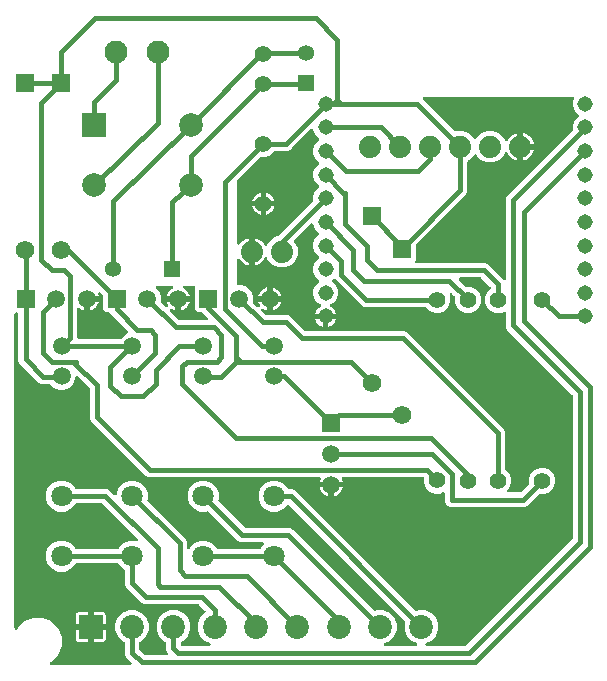
<source format=gbr>
G04 EAGLE Gerber RS-274X export*
G75*
%MOMM*%
%FSLAX34Y34*%
%LPD*%
%INBottom Copper*%
%IPPOS*%
%AMOC8*
5,1,8,0,0,1.08239X$1,22.5*%
G01*
%ADD10R,2.010000X2.010000*%
%ADD11C,2.010000*%
%ADD12R,1.575000X1.575000*%
%ADD13C,1.575000*%
%ADD14C,1.950000*%
%ADD15R,2.025000X2.025000*%
%ADD16C,2.025000*%
%ADD17C,1.508000*%
%ADD18C,1.800000*%
%ADD19C,1.408000*%
%ADD20R,1.493000X1.493000*%
%ADD21C,1.493000*%
%ADD22C,1.308000*%
%ADD23R,1.358000X1.358000*%
%ADD24C,1.358000*%
%ADD25C,1.879600*%
%ADD26C,0.406400*%

G36*
X108291Y10178D02*
X108291Y10178D01*
X108429Y10191D01*
X108448Y10198D01*
X108468Y10201D01*
X108598Y10252D01*
X108729Y10299D01*
X108745Y10310D01*
X108764Y10318D01*
X108877Y10399D01*
X108992Y10477D01*
X109005Y10493D01*
X109022Y10504D01*
X109110Y10612D01*
X109202Y10716D01*
X109211Y10734D01*
X109224Y10749D01*
X109284Y10875D01*
X109347Y10999D01*
X109351Y11019D01*
X109360Y11037D01*
X109386Y11173D01*
X109416Y11309D01*
X109416Y11330D01*
X109420Y11349D01*
X109411Y11488D01*
X109407Y11627D01*
X109401Y11647D01*
X109400Y11667D01*
X109357Y11799D01*
X109318Y11933D01*
X109308Y11950D01*
X109302Y11969D01*
X109227Y12087D01*
X109157Y12207D01*
X109138Y12228D01*
X109132Y12238D01*
X109117Y12252D01*
X109050Y12327D01*
X104481Y16896D01*
X103553Y19137D01*
X103553Y28538D01*
X103550Y28568D01*
X103552Y28597D01*
X103530Y28725D01*
X103513Y28854D01*
X103503Y28881D01*
X103498Y28910D01*
X103444Y29029D01*
X103396Y29150D01*
X103379Y29174D01*
X103367Y29200D01*
X103286Y29302D01*
X103210Y29407D01*
X103187Y29426D01*
X103168Y29449D01*
X103065Y29527D01*
X102965Y29610D01*
X102938Y29622D01*
X102914Y29640D01*
X102770Y29711D01*
X101612Y30191D01*
X97621Y34182D01*
X95460Y39397D01*
X95460Y45043D01*
X97621Y50258D01*
X101612Y54249D01*
X106827Y56410D01*
X112473Y56410D01*
X117688Y54249D01*
X121679Y50258D01*
X123840Y45043D01*
X123840Y39397D01*
X121679Y34182D01*
X117688Y30191D01*
X116530Y29711D01*
X116505Y29696D01*
X116477Y29687D01*
X116367Y29618D01*
X116254Y29554D01*
X116233Y29533D01*
X116208Y29517D01*
X116119Y29423D01*
X116026Y29332D01*
X116010Y29307D01*
X115990Y29286D01*
X115927Y29172D01*
X115859Y29061D01*
X115851Y29033D01*
X115836Y29007D01*
X115804Y28881D01*
X115766Y28757D01*
X115764Y28728D01*
X115757Y28699D01*
X115747Y28538D01*
X115747Y23401D01*
X115759Y23303D01*
X115762Y23204D01*
X115779Y23146D01*
X115787Y23086D01*
X115823Y22993D01*
X115851Y22898D01*
X115881Y22846D01*
X115904Y22790D01*
X115962Y22710D01*
X116012Y22624D01*
X116078Y22549D01*
X116090Y22533D01*
X116100Y22525D01*
X116118Y22504D01*
X119962Y18660D01*
X120040Y18600D01*
X120112Y18532D01*
X120165Y18503D01*
X120213Y18466D01*
X120304Y18426D01*
X120390Y18378D01*
X120449Y18363D01*
X120505Y18339D01*
X120603Y18324D01*
X120698Y18299D01*
X120798Y18293D01*
X120819Y18289D01*
X120831Y18291D01*
X120859Y18289D01*
X138935Y18289D01*
X139073Y18306D01*
X139211Y18319D01*
X139230Y18326D01*
X139250Y18329D01*
X139380Y18380D01*
X139511Y18427D01*
X139527Y18438D01*
X139546Y18446D01*
X139659Y18527D01*
X139774Y18605D01*
X139787Y18621D01*
X139804Y18632D01*
X139893Y18740D01*
X139984Y18844D01*
X139993Y18862D01*
X140006Y18877D01*
X140066Y19003D01*
X140129Y19127D01*
X140133Y19147D01*
X140142Y19165D01*
X140168Y19301D01*
X140198Y19437D01*
X140198Y19458D01*
X140202Y19477D01*
X140193Y19616D01*
X140189Y19755D01*
X140183Y19775D01*
X140182Y19795D01*
X140139Y19927D01*
X140100Y20061D01*
X140090Y20078D01*
X140084Y20097D01*
X140010Y20215D01*
X139939Y20335D01*
X139920Y20356D01*
X139914Y20366D01*
X139899Y20380D01*
X139832Y20456D01*
X139481Y20807D01*
X138553Y23047D01*
X138553Y28538D01*
X138550Y28568D01*
X138552Y28597D01*
X138530Y28725D01*
X138513Y28854D01*
X138503Y28881D01*
X138498Y28910D01*
X138444Y29029D01*
X138396Y29150D01*
X138379Y29174D01*
X138367Y29200D01*
X138286Y29302D01*
X138210Y29407D01*
X138187Y29426D01*
X138168Y29449D01*
X138065Y29527D01*
X137965Y29610D01*
X137938Y29622D01*
X137914Y29640D01*
X137770Y29711D01*
X136612Y30191D01*
X132621Y34182D01*
X130460Y39397D01*
X130460Y45043D01*
X132621Y50258D01*
X136612Y54249D01*
X141827Y56410D01*
X147473Y56410D01*
X152688Y54249D01*
X156679Y50258D01*
X158840Y45043D01*
X158840Y39397D01*
X156679Y34182D01*
X152688Y30191D01*
X151530Y29711D01*
X151505Y29696D01*
X151477Y29687D01*
X151367Y29618D01*
X151254Y29554D01*
X151233Y29533D01*
X151208Y29517D01*
X151119Y29423D01*
X151026Y29332D01*
X151010Y29307D01*
X150990Y29286D01*
X150927Y29172D01*
X150859Y29061D01*
X150851Y29033D01*
X150836Y29007D01*
X150804Y28881D01*
X150766Y28757D01*
X150764Y28728D01*
X150757Y28699D01*
X150747Y28538D01*
X150747Y27366D01*
X150762Y27248D01*
X150769Y27129D01*
X150782Y27091D01*
X150787Y27050D01*
X150830Y26940D01*
X150867Y26827D01*
X150889Y26792D01*
X150904Y26755D01*
X150973Y26659D01*
X151037Y26558D01*
X151067Y26530D01*
X151090Y26497D01*
X151182Y26421D01*
X151269Y26340D01*
X151304Y26320D01*
X151335Y26295D01*
X151443Y26244D01*
X151547Y26186D01*
X151587Y26176D01*
X151623Y26159D01*
X151740Y26137D01*
X151855Y26107D01*
X151915Y26103D01*
X151935Y26099D01*
X151956Y26101D01*
X152016Y26097D01*
X175115Y26097D01*
X175184Y26105D01*
X175254Y26104D01*
X175341Y26125D01*
X175430Y26137D01*
X175495Y26162D01*
X175563Y26179D01*
X175642Y26221D01*
X175726Y26254D01*
X175782Y26295D01*
X175844Y26327D01*
X175910Y26388D01*
X175983Y26440D01*
X176028Y26494D01*
X176079Y26541D01*
X176129Y26616D01*
X176186Y26685D01*
X176216Y26749D01*
X176254Y26807D01*
X176283Y26892D01*
X176321Y26973D01*
X176335Y27042D01*
X176357Y27108D01*
X176364Y27197D01*
X176381Y27285D01*
X176377Y27355D01*
X176382Y27425D01*
X176367Y27513D01*
X176361Y27603D01*
X176340Y27669D01*
X176328Y27738D01*
X176291Y27820D01*
X176263Y27905D01*
X176226Y27964D01*
X176197Y28028D01*
X176141Y28098D01*
X176093Y28174D01*
X176042Y28222D01*
X175999Y28276D01*
X175927Y28331D01*
X175862Y28392D01*
X175801Y28426D01*
X175745Y28468D01*
X175600Y28539D01*
X171612Y30191D01*
X167621Y34182D01*
X165460Y39397D01*
X165460Y45043D01*
X167621Y50258D01*
X171583Y54220D01*
X171656Y54314D01*
X171735Y54403D01*
X171753Y54439D01*
X171778Y54471D01*
X171825Y54581D01*
X171879Y54687D01*
X171888Y54726D01*
X171904Y54763D01*
X171923Y54881D01*
X171949Y54997D01*
X171948Y55037D01*
X171954Y55077D01*
X171943Y55196D01*
X171939Y55315D01*
X171928Y55354D01*
X171924Y55394D01*
X171884Y55506D01*
X171851Y55620D01*
X171830Y55655D01*
X171817Y55693D01*
X171750Y55792D01*
X171689Y55894D01*
X171649Y55939D01*
X171638Y55956D01*
X171623Y55970D01*
X171583Y56015D01*
X166756Y60842D01*
X166678Y60902D01*
X166606Y60970D01*
X166553Y60999D01*
X166505Y61036D01*
X166414Y61076D01*
X166328Y61124D01*
X166269Y61139D01*
X166213Y61163D01*
X166115Y61178D01*
X166020Y61203D01*
X165920Y61209D01*
X165899Y61213D01*
X165887Y61211D01*
X165859Y61213D01*
X120707Y61213D01*
X118466Y62141D01*
X104831Y75776D01*
X103903Y78017D01*
X103903Y89616D01*
X103900Y89645D01*
X103902Y89675D01*
X103880Y89803D01*
X103863Y89932D01*
X103853Y89959D01*
X103848Y89988D01*
X103794Y90107D01*
X103746Y90227D01*
X103729Y90251D01*
X103717Y90278D01*
X103636Y90380D01*
X103560Y90485D01*
X103537Y90503D01*
X103518Y90527D01*
X103415Y90605D01*
X103315Y90687D01*
X103288Y90700D01*
X103264Y90718D01*
X103120Y90789D01*
X102599Y91004D01*
X98924Y94679D01*
X98709Y95200D01*
X98694Y95225D01*
X98685Y95253D01*
X98616Y95363D01*
X98551Y95476D01*
X98531Y95497D01*
X98515Y95522D01*
X98420Y95611D01*
X98330Y95704D01*
X98305Y95720D01*
X98283Y95740D01*
X98169Y95803D01*
X98059Y95871D01*
X98031Y95879D01*
X98005Y95894D01*
X97879Y95926D01*
X97755Y95964D01*
X97725Y95966D01*
X97697Y95973D01*
X97536Y95983D01*
X62464Y95983D01*
X62435Y95980D01*
X62405Y95982D01*
X62277Y95960D01*
X62148Y95943D01*
X62121Y95933D01*
X62092Y95928D01*
X61973Y95874D01*
X61853Y95826D01*
X61829Y95809D01*
X61802Y95797D01*
X61700Y95716D01*
X61595Y95640D01*
X61577Y95617D01*
X61553Y95598D01*
X61475Y95495D01*
X61393Y95395D01*
X61380Y95368D01*
X61362Y95344D01*
X61291Y95200D01*
X61076Y94679D01*
X57401Y91004D01*
X52599Y89015D01*
X47401Y89015D01*
X42599Y91004D01*
X38924Y94679D01*
X36935Y99481D01*
X36935Y104679D01*
X38924Y109481D01*
X42599Y113156D01*
X47401Y115145D01*
X52599Y115145D01*
X57401Y113156D01*
X61076Y109481D01*
X61291Y108960D01*
X61306Y108935D01*
X61315Y108907D01*
X61384Y108797D01*
X61449Y108684D01*
X61469Y108663D01*
X61485Y108638D01*
X61580Y108549D01*
X61670Y108456D01*
X61695Y108440D01*
X61717Y108420D01*
X61831Y108357D01*
X61941Y108289D01*
X61969Y108281D01*
X61995Y108266D01*
X62121Y108234D01*
X62245Y108196D01*
X62275Y108194D01*
X62303Y108187D01*
X62464Y108177D01*
X97536Y108177D01*
X97565Y108180D01*
X97595Y108178D01*
X97723Y108200D01*
X97852Y108217D01*
X97879Y108227D01*
X97908Y108232D01*
X98027Y108286D01*
X98147Y108334D01*
X98171Y108351D01*
X98198Y108363D01*
X98300Y108444D01*
X98405Y108520D01*
X98423Y108543D01*
X98447Y108562D01*
X98525Y108665D01*
X98607Y108765D01*
X98620Y108792D01*
X98638Y108816D01*
X98709Y108960D01*
X98924Y109481D01*
X102599Y113156D01*
X107401Y115145D01*
X112599Y115145D01*
X112908Y115017D01*
X112975Y114998D01*
X113039Y114971D01*
X113128Y114956D01*
X113215Y114933D01*
X113284Y114932D01*
X113353Y114921D01*
X113443Y114929D01*
X113533Y114928D01*
X113600Y114944D01*
X113670Y114950D01*
X113755Y114981D01*
X113842Y115002D01*
X113904Y115034D01*
X113969Y115058D01*
X114044Y115109D01*
X114123Y115151D01*
X114175Y115197D01*
X114232Y115237D01*
X114292Y115304D01*
X114358Y115364D01*
X114397Y115423D01*
X114443Y115475D01*
X114484Y115555D01*
X114533Y115630D01*
X114556Y115696D01*
X114587Y115758D01*
X114607Y115846D01*
X114636Y115931D01*
X114642Y116001D01*
X114657Y116069D01*
X114654Y116158D01*
X114662Y116248D01*
X114650Y116317D01*
X114647Y116387D01*
X114623Y116473D01*
X114607Y116561D01*
X114578Y116625D01*
X114559Y116692D01*
X114513Y116769D01*
X114477Y116851D01*
X114433Y116906D01*
X114398Y116966D01*
X114291Y117087D01*
X84966Y146412D01*
X84888Y146472D01*
X84816Y146540D01*
X84763Y146569D01*
X84715Y146606D01*
X84624Y146646D01*
X84538Y146694D01*
X84479Y146709D01*
X84423Y146733D01*
X84325Y146748D01*
X84230Y146773D01*
X84130Y146779D01*
X84109Y146783D01*
X84097Y146781D01*
X84069Y146783D01*
X62464Y146783D01*
X62435Y146780D01*
X62405Y146782D01*
X62277Y146760D01*
X62148Y146743D01*
X62121Y146733D01*
X62092Y146728D01*
X61973Y146674D01*
X61853Y146626D01*
X61829Y146609D01*
X61802Y146597D01*
X61700Y146516D01*
X61595Y146440D01*
X61577Y146417D01*
X61553Y146398D01*
X61475Y146295D01*
X61393Y146195D01*
X61380Y146168D01*
X61362Y146144D01*
X61291Y146000D01*
X61076Y145479D01*
X57401Y141804D01*
X52599Y139815D01*
X47401Y139815D01*
X42599Y141804D01*
X38924Y145479D01*
X36935Y150281D01*
X36935Y155479D01*
X38924Y160281D01*
X42599Y163956D01*
X47401Y165945D01*
X52599Y165945D01*
X57401Y163956D01*
X61076Y160281D01*
X61291Y159760D01*
X61306Y159735D01*
X61315Y159707D01*
X61384Y159597D01*
X61449Y159484D01*
X61469Y159463D01*
X61485Y159438D01*
X61580Y159349D01*
X61670Y159256D01*
X61695Y159240D01*
X61717Y159220D01*
X61831Y159157D01*
X61941Y159089D01*
X61969Y159081D01*
X61995Y159066D01*
X62121Y159034D01*
X62245Y158996D01*
X62275Y158994D01*
X62303Y158987D01*
X62464Y158977D01*
X88333Y158977D01*
X90574Y158049D01*
X94769Y153854D01*
X94878Y153768D01*
X94985Y153680D01*
X95004Y153671D01*
X95020Y153659D01*
X95148Y153603D01*
X95273Y153544D01*
X95293Y153540D01*
X95312Y153532D01*
X95450Y153510D01*
X95586Y153484D01*
X95606Y153486D01*
X95626Y153482D01*
X95765Y153496D01*
X95903Y153504D01*
X95922Y153510D01*
X95942Y153512D01*
X96074Y153559D01*
X96205Y153602D01*
X96223Y153613D01*
X96242Y153620D01*
X96357Y153698D01*
X96474Y153772D01*
X96488Y153787D01*
X96505Y153798D01*
X96597Y153903D01*
X96692Y154004D01*
X96702Y154022D01*
X96715Y154037D01*
X96779Y154161D01*
X96846Y154282D01*
X96851Y154302D01*
X96860Y154320D01*
X96890Y154456D01*
X96925Y154590D01*
X96927Y154618D01*
X96930Y154630D01*
X96929Y154651D01*
X96935Y154751D01*
X96935Y155479D01*
X98924Y160281D01*
X102599Y163956D01*
X107401Y165945D01*
X112599Y165945D01*
X117401Y163956D01*
X121076Y160281D01*
X123065Y155479D01*
X123065Y150281D01*
X122849Y149761D01*
X122841Y149732D01*
X122828Y149706D01*
X122800Y149580D01*
X122765Y149454D01*
X122765Y149425D01*
X122758Y149396D01*
X122762Y149266D01*
X122760Y149136D01*
X122767Y149108D01*
X122768Y149078D01*
X122804Y148953D01*
X122834Y148827D01*
X122848Y148801D01*
X122856Y148773D01*
X122922Y148661D01*
X122983Y148546D01*
X123003Y148524D01*
X123018Y148499D01*
X123124Y148378D01*
X153275Y118227D01*
X155169Y116333D01*
X156097Y114093D01*
X156097Y109035D01*
X156105Y108966D01*
X156104Y108896D01*
X156125Y108809D01*
X156137Y108720D01*
X156162Y108655D01*
X156179Y108587D01*
X156221Y108508D01*
X156254Y108424D01*
X156295Y108368D01*
X156327Y108306D01*
X156388Y108239D01*
X156440Y108167D01*
X156494Y108122D01*
X156541Y108071D01*
X156616Y108021D01*
X156685Y107964D01*
X156749Y107934D01*
X156807Y107896D01*
X156892Y107867D01*
X156973Y107828D01*
X157042Y107815D01*
X157108Y107793D01*
X157197Y107785D01*
X157285Y107769D01*
X157355Y107773D01*
X157425Y107767D01*
X157513Y107783D01*
X157603Y107788D01*
X157669Y107810D01*
X157738Y107822D01*
X157820Y107859D01*
X157905Y107886D01*
X157964Y107924D01*
X158028Y107952D01*
X158098Y108008D01*
X158174Y108056D01*
X158222Y108107D01*
X158276Y108151D01*
X158331Y108223D01*
X158392Y108288D01*
X158426Y108349D01*
X158468Y108405D01*
X158539Y108550D01*
X158924Y109481D01*
X162599Y113156D01*
X167401Y115145D01*
X172599Y115145D01*
X177401Y113156D01*
X181076Y109481D01*
X181291Y108960D01*
X181306Y108935D01*
X181315Y108907D01*
X181384Y108797D01*
X181449Y108684D01*
X181469Y108663D01*
X181485Y108638D01*
X181580Y108549D01*
X181670Y108456D01*
X181695Y108440D01*
X181717Y108420D01*
X181831Y108357D01*
X181941Y108289D01*
X181969Y108281D01*
X181995Y108266D01*
X182121Y108234D01*
X182245Y108196D01*
X182275Y108194D01*
X182303Y108187D01*
X182464Y108177D01*
X217536Y108177D01*
X217565Y108180D01*
X217595Y108178D01*
X217723Y108200D01*
X217852Y108217D01*
X217879Y108227D01*
X217908Y108232D01*
X218027Y108286D01*
X218147Y108334D01*
X218171Y108351D01*
X218198Y108363D01*
X218300Y108444D01*
X218405Y108520D01*
X218423Y108543D01*
X218447Y108562D01*
X218525Y108665D01*
X218607Y108765D01*
X218620Y108792D01*
X218638Y108816D01*
X218709Y108960D01*
X218924Y109481D01*
X221180Y111737D01*
X221265Y111846D01*
X221354Y111953D01*
X221363Y111972D01*
X221375Y111988D01*
X221431Y112116D01*
X221490Y112241D01*
X221493Y112261D01*
X221502Y112280D01*
X221523Y112418D01*
X221549Y112554D01*
X221548Y112574D01*
X221551Y112594D01*
X221538Y112733D01*
X221530Y112871D01*
X221523Y112890D01*
X221522Y112910D01*
X221474Y113041D01*
X221432Y113173D01*
X221421Y113191D01*
X221414Y113210D01*
X221336Y113324D01*
X221261Y113442D01*
X221247Y113456D01*
X221235Y113473D01*
X221131Y113565D01*
X221030Y113660D01*
X221012Y113670D01*
X220997Y113683D01*
X220873Y113747D01*
X220751Y113814D01*
X220732Y113819D01*
X220714Y113828D01*
X220578Y113858D01*
X220443Y113893D01*
X220415Y113895D01*
X220403Y113898D01*
X220383Y113897D01*
X220283Y113903D01*
X201667Y113903D01*
X199426Y114831D01*
X197533Y116725D01*
X174502Y139756D01*
X174479Y139774D01*
X174460Y139796D01*
X174354Y139871D01*
X174251Y139951D01*
X174224Y139962D01*
X174200Y139979D01*
X174078Y140025D01*
X173959Y140077D01*
X173930Y140082D01*
X173902Y140092D01*
X173773Y140106D01*
X173645Y140127D01*
X173616Y140124D01*
X173586Y140127D01*
X173458Y140109D01*
X173328Y140097D01*
X173301Y140087D01*
X173271Y140083D01*
X173119Y140031D01*
X172599Y139815D01*
X167401Y139815D01*
X162599Y141804D01*
X158924Y145479D01*
X156935Y150281D01*
X156935Y155479D01*
X158924Y160281D01*
X162599Y163956D01*
X167401Y165945D01*
X172599Y165945D01*
X177401Y163956D01*
X181076Y160281D01*
X183065Y155479D01*
X183065Y150281D01*
X182849Y149761D01*
X182841Y149732D01*
X182828Y149706D01*
X182800Y149580D01*
X182765Y149454D01*
X182765Y149425D01*
X182758Y149396D01*
X182762Y149266D01*
X182760Y149136D01*
X182767Y149108D01*
X182768Y149078D01*
X182804Y148953D01*
X182834Y148827D01*
X182848Y148801D01*
X182856Y148773D01*
X182922Y148661D01*
X182983Y148546D01*
X183003Y148524D01*
X183018Y148499D01*
X183124Y148378D01*
X205034Y126468D01*
X205112Y126408D01*
X205184Y126340D01*
X205237Y126311D01*
X205285Y126274D01*
X205376Y126234D01*
X205462Y126186D01*
X205521Y126171D01*
X205577Y126147D01*
X205675Y126132D01*
X205770Y126107D01*
X205870Y126101D01*
X205891Y126097D01*
X205903Y126099D01*
X205931Y126097D01*
X243083Y126097D01*
X245324Y125169D01*
X314287Y56205D01*
X314310Y56187D01*
X314329Y56165D01*
X314391Y56121D01*
X314417Y56097D01*
X314450Y56079D01*
X314538Y56010D01*
X314565Y55999D01*
X314589Y55982D01*
X314711Y55936D01*
X314830Y55884D01*
X314859Y55879D01*
X314887Y55869D01*
X315016Y55855D01*
X315144Y55834D01*
X315173Y55837D01*
X315203Y55834D01*
X315331Y55852D01*
X315461Y55864D01*
X315488Y55874D01*
X315518Y55878D01*
X315670Y55930D01*
X316827Y56410D01*
X322473Y56410D01*
X327688Y54249D01*
X331679Y50258D01*
X333840Y45043D01*
X333840Y39397D01*
X331679Y34182D01*
X327688Y30191D01*
X323700Y28539D01*
X323639Y28504D01*
X323574Y28478D01*
X323502Y28426D01*
X323423Y28381D01*
X323373Y28333D01*
X323317Y28292D01*
X323260Y28222D01*
X323195Y28160D01*
X323159Y28100D01*
X323114Y28047D01*
X323076Y27965D01*
X323029Y27889D01*
X323008Y27822D01*
X322979Y27759D01*
X322962Y27671D01*
X322935Y27585D01*
X322932Y27515D01*
X322919Y27446D01*
X322924Y27357D01*
X322920Y27267D01*
X322934Y27199D01*
X322939Y27129D01*
X322966Y27044D01*
X322984Y26956D01*
X323015Y26893D01*
X323037Y26827D01*
X323085Y26751D01*
X323124Y26670D01*
X323169Y26617D01*
X323207Y26558D01*
X323272Y26496D01*
X323330Y26428D01*
X323388Y26388D01*
X323438Y26340D01*
X323517Y26297D01*
X323590Y26245D01*
X323656Y26220D01*
X323717Y26186D01*
X323804Y26164D01*
X323888Y26132D01*
X323957Y26124D01*
X324025Y26107D01*
X324185Y26097D01*
X350115Y26097D01*
X350184Y26105D01*
X350254Y26104D01*
X350341Y26125D01*
X350430Y26137D01*
X350495Y26162D01*
X350563Y26179D01*
X350642Y26221D01*
X350726Y26254D01*
X350782Y26295D01*
X350844Y26327D01*
X350910Y26388D01*
X350983Y26440D01*
X351028Y26494D01*
X351079Y26541D01*
X351129Y26616D01*
X351186Y26685D01*
X351216Y26749D01*
X351254Y26807D01*
X351283Y26892D01*
X351321Y26973D01*
X351335Y27042D01*
X351357Y27108D01*
X351364Y27197D01*
X351381Y27285D01*
X351377Y27355D01*
X351382Y27425D01*
X351367Y27513D01*
X351361Y27603D01*
X351340Y27669D01*
X351328Y27738D01*
X351291Y27820D01*
X351263Y27905D01*
X351226Y27964D01*
X351197Y28028D01*
X351141Y28098D01*
X351093Y28174D01*
X351042Y28222D01*
X350999Y28276D01*
X350927Y28331D01*
X350862Y28392D01*
X350801Y28426D01*
X350745Y28468D01*
X350600Y28539D01*
X346612Y30191D01*
X342621Y34182D01*
X340460Y39397D01*
X340460Y45043D01*
X340940Y46200D01*
X340948Y46228D01*
X340961Y46255D01*
X340989Y46382D01*
X341024Y46507D01*
X341024Y46536D01*
X341031Y46565D01*
X341027Y46695D01*
X341029Y46825D01*
X341022Y46854D01*
X341021Y46883D01*
X340985Y47008D01*
X340955Y47134D01*
X340941Y47160D01*
X340933Y47189D01*
X340867Y47300D01*
X340806Y47415D01*
X340786Y47437D01*
X340771Y47462D01*
X340665Y47583D01*
X242820Y145428D01*
X242725Y145501D01*
X242636Y145580D01*
X242600Y145598D01*
X242568Y145623D01*
X242459Y145671D01*
X242353Y145725D01*
X242314Y145734D01*
X242276Y145750D01*
X242159Y145768D01*
X242043Y145794D01*
X242002Y145793D01*
X241962Y145799D01*
X241844Y145788D01*
X241725Y145785D01*
X241686Y145773D01*
X241646Y145770D01*
X241534Y145729D01*
X241419Y145696D01*
X241385Y145676D01*
X241346Y145662D01*
X241248Y145595D01*
X241145Y145535D01*
X241100Y145495D01*
X241083Y145483D01*
X241070Y145468D01*
X241025Y145428D01*
X237401Y141804D01*
X232599Y139815D01*
X227401Y139815D01*
X222599Y141804D01*
X218924Y145479D01*
X216935Y150281D01*
X216935Y155479D01*
X218924Y160281D01*
X222599Y163956D01*
X227401Y165945D01*
X232599Y165945D01*
X237401Y163956D01*
X241076Y160281D01*
X241291Y159760D01*
X241306Y159735D01*
X241315Y159707D01*
X241384Y159597D01*
X241449Y159484D01*
X241469Y159463D01*
X241485Y159438D01*
X241580Y159349D01*
X241670Y159256D01*
X241695Y159240D01*
X241717Y159220D01*
X241831Y159157D01*
X241941Y159089D01*
X241969Y159081D01*
X241995Y159066D01*
X242121Y159034D01*
X242245Y158996D01*
X242275Y158994D01*
X242303Y158987D01*
X242464Y158977D01*
X245203Y158977D01*
X247444Y158049D01*
X349287Y56205D01*
X349310Y56187D01*
X349329Y56165D01*
X349391Y56121D01*
X349417Y56097D01*
X349450Y56079D01*
X349538Y56010D01*
X349565Y55999D01*
X349589Y55982D01*
X349711Y55936D01*
X349830Y55884D01*
X349859Y55879D01*
X349887Y55869D01*
X350016Y55855D01*
X350144Y55834D01*
X350173Y55837D01*
X350203Y55834D01*
X350331Y55852D01*
X350461Y55864D01*
X350488Y55874D01*
X350518Y55878D01*
X350670Y55930D01*
X351827Y56410D01*
X357473Y56410D01*
X362688Y54249D01*
X366679Y50258D01*
X368840Y45043D01*
X368840Y39397D01*
X366679Y34182D01*
X362688Y30191D01*
X358700Y28539D01*
X358639Y28504D01*
X358574Y28478D01*
X358502Y28426D01*
X358423Y28381D01*
X358373Y28333D01*
X358317Y28292D01*
X358260Y28222D01*
X358195Y28160D01*
X358159Y28100D01*
X358114Y28047D01*
X358076Y27965D01*
X358029Y27889D01*
X358008Y27822D01*
X357979Y27759D01*
X357962Y27671D01*
X357935Y27585D01*
X357932Y27515D01*
X357919Y27446D01*
X357924Y27357D01*
X357920Y27267D01*
X357934Y27199D01*
X357939Y27129D01*
X357966Y27044D01*
X357984Y26956D01*
X358015Y26893D01*
X358037Y26827D01*
X358085Y26751D01*
X358124Y26670D01*
X358169Y26617D01*
X358207Y26558D01*
X358272Y26496D01*
X358330Y26428D01*
X358388Y26388D01*
X358438Y26340D01*
X358517Y26297D01*
X358590Y26245D01*
X358656Y26220D01*
X358717Y26186D01*
X358804Y26164D01*
X358888Y26132D01*
X358957Y26124D01*
X359025Y26107D01*
X359185Y26097D01*
X391599Y26097D01*
X391697Y26109D01*
X391796Y26112D01*
X391854Y26129D01*
X391914Y26137D01*
X392007Y26173D01*
X392102Y26201D01*
X392154Y26231D01*
X392210Y26254D01*
X392290Y26312D01*
X392376Y26362D01*
X392451Y26428D01*
X392467Y26440D01*
X392475Y26450D01*
X392496Y26468D01*
X482482Y116454D01*
X482542Y116532D01*
X482610Y116604D01*
X482639Y116657D01*
X482676Y116705D01*
X482716Y116796D01*
X482764Y116882D01*
X482779Y116941D01*
X482803Y116997D01*
X482818Y117095D01*
X482843Y117190D01*
X482849Y117290D01*
X482853Y117311D01*
X482851Y117323D01*
X482853Y117351D01*
X482853Y237999D01*
X482841Y238097D01*
X482838Y238196D01*
X482821Y238254D01*
X482813Y238314D01*
X482777Y238407D01*
X482749Y238502D01*
X482719Y238554D01*
X482696Y238610D01*
X482638Y238690D01*
X482588Y238776D01*
X482522Y238851D01*
X482510Y238867D01*
X482500Y238875D01*
X482482Y238896D01*
X429265Y292113D01*
X427371Y294006D01*
X426443Y296247D01*
X426443Y307974D01*
X426437Y308023D01*
X426439Y308073D01*
X426417Y308180D01*
X426403Y308289D01*
X426385Y308335D01*
X426375Y308384D01*
X426327Y308483D01*
X426286Y308585D01*
X426257Y308625D01*
X426235Y308670D01*
X426164Y308753D01*
X426100Y308842D01*
X426061Y308874D01*
X426029Y308912D01*
X425939Y308975D01*
X425855Y309045D01*
X425810Y309066D01*
X425769Y309095D01*
X425666Y309134D01*
X425567Y309181D01*
X425518Y309190D01*
X425472Y309207D01*
X425362Y309220D01*
X425255Y309240D01*
X425205Y309237D01*
X425156Y309243D01*
X425047Y309227D01*
X424937Y309221D01*
X424890Y309205D01*
X424841Y309198D01*
X424688Y309146D01*
X421789Y307945D01*
X417371Y307945D01*
X413290Y309636D01*
X410166Y312760D01*
X408475Y316841D01*
X408475Y321259D01*
X410166Y325340D01*
X413112Y328286D01*
X413172Y328364D01*
X413240Y328436D01*
X413269Y328489D01*
X413306Y328537D01*
X413346Y328628D01*
X413394Y328715D01*
X413409Y328773D01*
X413433Y328829D01*
X413448Y328927D01*
X413473Y329023D01*
X413477Y329086D01*
X413478Y329088D01*
X413477Y329092D01*
X413479Y329123D01*
X413483Y329143D01*
X413481Y329155D01*
X413483Y329183D01*
X413483Y329209D01*
X413471Y329307D01*
X413468Y329406D01*
X413453Y329457D01*
X413453Y329460D01*
X413451Y329465D01*
X413443Y329524D01*
X413407Y329617D01*
X413379Y329712D01*
X413349Y329764D01*
X413326Y329820D01*
X413268Y329900D01*
X413218Y329986D01*
X413152Y330061D01*
X413140Y330077D01*
X413130Y330085D01*
X413112Y330106D01*
X405516Y337702D01*
X405438Y337762D01*
X405366Y337830D01*
X405313Y337859D01*
X405265Y337896D01*
X405174Y337936D01*
X405088Y337984D01*
X405029Y337999D01*
X404973Y338023D01*
X404875Y338038D01*
X404780Y338063D01*
X404680Y338069D01*
X404659Y338073D01*
X404647Y338071D01*
X404619Y338073D01*
X387353Y338073D01*
X387215Y338056D01*
X387077Y338043D01*
X387058Y338036D01*
X387038Y338033D01*
X386908Y337982D01*
X386777Y337935D01*
X386761Y337924D01*
X386742Y337916D01*
X386629Y337835D01*
X386514Y337757D01*
X386501Y337741D01*
X386484Y337730D01*
X386396Y337622D01*
X386304Y337518D01*
X386295Y337500D01*
X386282Y337485D01*
X386223Y337359D01*
X386159Y337235D01*
X386155Y337215D01*
X386146Y337197D01*
X386120Y337061D01*
X386090Y336925D01*
X386090Y336904D01*
X386086Y336885D01*
X386095Y336746D01*
X386099Y336607D01*
X386105Y336587D01*
X386106Y336567D01*
X386149Y336435D01*
X386188Y336301D01*
X386198Y336284D01*
X386204Y336265D01*
X386278Y336147D01*
X386349Y336027D01*
X386368Y336006D01*
X386374Y335996D01*
X386389Y335982D01*
X386456Y335907D01*
X391816Y330546D01*
X391894Y330486D01*
X391966Y330418D01*
X392019Y330389D01*
X392067Y330352D01*
X392158Y330312D01*
X392244Y330264D01*
X392303Y330249D01*
X392359Y330225D01*
X392457Y330210D01*
X392552Y330185D01*
X392652Y330179D01*
X392673Y330175D01*
X392685Y330177D01*
X392713Y330175D01*
X396359Y330175D01*
X400440Y328484D01*
X403564Y325360D01*
X405255Y321279D01*
X405255Y316861D01*
X403564Y312780D01*
X400440Y309656D01*
X396359Y307965D01*
X391941Y307965D01*
X387860Y309656D01*
X384736Y312780D01*
X383045Y316861D01*
X383045Y321531D01*
X383040Y321570D01*
X383042Y321681D01*
X383035Y321710D01*
X383034Y321740D01*
X383007Y321834D01*
X383005Y321847D01*
X382998Y321866D01*
X382968Y321990D01*
X382954Y322016D01*
X382946Y322045D01*
X382880Y322157D01*
X382820Y322271D01*
X382800Y322293D01*
X382784Y322319D01*
X382678Y322440D01*
X380707Y324411D01*
X380651Y324454D01*
X380603Y324504D01*
X380526Y324551D01*
X380455Y324606D01*
X380391Y324634D01*
X380332Y324671D01*
X380246Y324697D01*
X380163Y324733D01*
X380094Y324744D01*
X380028Y324764D01*
X379938Y324768D01*
X379849Y324783D01*
X379780Y324776D01*
X379710Y324779D01*
X379622Y324761D01*
X379533Y324753D01*
X379467Y324729D01*
X379399Y324715D01*
X379318Y324676D01*
X379233Y324645D01*
X379176Y324606D01*
X379113Y324575D01*
X379045Y324517D01*
X378970Y324467D01*
X378924Y324414D01*
X378871Y324369D01*
X378819Y324295D01*
X378760Y324228D01*
X378728Y324166D01*
X378688Y324109D01*
X378656Y324025D01*
X378615Y323945D01*
X378600Y323877D01*
X378575Y323811D01*
X378565Y323722D01*
X378546Y323635D01*
X378548Y323565D01*
X378540Y323495D01*
X378552Y323406D01*
X378555Y323317D01*
X378575Y323250D01*
X378584Y323181D01*
X378636Y323028D01*
X379295Y321439D01*
X379295Y317021D01*
X377604Y312940D01*
X374480Y309816D01*
X370399Y308125D01*
X365981Y308125D01*
X361900Y309816D01*
X358954Y312762D01*
X358876Y312822D01*
X358804Y312890D01*
X358751Y312919D01*
X358703Y312956D01*
X358612Y312996D01*
X358525Y313044D01*
X358467Y313059D01*
X358411Y313083D01*
X358313Y313098D01*
X358217Y313123D01*
X358117Y313129D01*
X358097Y313133D01*
X358085Y313131D01*
X358057Y313133D01*
X306937Y313133D01*
X304696Y314061D01*
X281980Y336778D01*
X281886Y336851D01*
X281797Y336930D01*
X281761Y336948D01*
X281729Y336973D01*
X281619Y337020D01*
X281514Y337074D01*
X281474Y337083D01*
X281437Y337099D01*
X281319Y337118D01*
X281203Y337144D01*
X281163Y337143D01*
X281123Y337149D01*
X281004Y337138D01*
X280885Y337134D01*
X280847Y337123D01*
X280806Y337119D01*
X280694Y337079D01*
X280580Y337046D01*
X280545Y337025D01*
X280507Y337012D01*
X280409Y336945D01*
X280306Y336884D01*
X280261Y336844D01*
X280244Y336833D01*
X280230Y336818D01*
X280185Y336778D01*
X279435Y336028D01*
X279362Y335933D01*
X279283Y335844D01*
X279265Y335808D01*
X279240Y335776D01*
X279193Y335667D01*
X279138Y335561D01*
X279130Y335522D01*
X279114Y335484D01*
X279095Y335367D01*
X279069Y335251D01*
X279070Y335210D01*
X279064Y335170D01*
X279075Y335052D01*
X279078Y334933D01*
X279090Y334894D01*
X279094Y334854D01*
X279134Y334741D01*
X279167Y334627D01*
X279187Y334593D01*
X279201Y334554D01*
X279268Y334456D01*
X279328Y334353D01*
X279368Y334308D01*
X279380Y334291D01*
X279395Y334278D01*
X279435Y334233D01*
X282530Y331137D01*
X284145Y327239D01*
X284145Y323021D01*
X282530Y319123D01*
X279547Y316140D01*
X277892Y315454D01*
X277814Y315410D01*
X277732Y315374D01*
X277676Y315331D01*
X277615Y315296D01*
X277551Y315234D01*
X277480Y315179D01*
X277437Y315124D01*
X277387Y315075D01*
X277340Y314999D01*
X277285Y314928D01*
X277257Y314864D01*
X277221Y314804D01*
X277194Y314719D01*
X277159Y314636D01*
X277148Y314567D01*
X277127Y314500D01*
X277123Y314411D01*
X277109Y314322D01*
X277115Y314252D01*
X277112Y314182D01*
X277130Y314095D01*
X277138Y314006D01*
X277162Y313940D01*
X277176Y313871D01*
X277216Y313790D01*
X277246Y313706D01*
X277285Y313648D01*
X277316Y313585D01*
X277374Y313517D01*
X277424Y313443D01*
X277477Y313397D01*
X277522Y313343D01*
X277596Y313292D01*
X277663Y313232D01*
X277770Y313169D01*
X277782Y313160D01*
X277789Y313158D01*
X277801Y313150D01*
X278299Y312897D01*
X279456Y312056D01*
X280466Y311046D01*
X281307Y309889D01*
X281955Y308616D01*
X282397Y307256D01*
X282417Y307129D01*
X274270Y307129D01*
X274152Y307114D01*
X274033Y307107D01*
X273995Y307094D01*
X273955Y307089D01*
X273844Y307046D01*
X273731Y307009D01*
X273697Y306987D01*
X273659Y306972D01*
X273563Y306903D01*
X273546Y306892D01*
X273522Y306906D01*
X273490Y306931D01*
X273383Y306982D01*
X273278Y307040D01*
X273239Y307050D01*
X273203Y307067D01*
X273086Y307089D01*
X272970Y307119D01*
X272910Y307123D01*
X272890Y307127D01*
X272870Y307125D01*
X272810Y307129D01*
X264663Y307129D01*
X264683Y307256D01*
X265125Y308616D01*
X265773Y309889D01*
X266614Y311046D01*
X267624Y312056D01*
X268781Y312897D01*
X269279Y313150D01*
X269353Y313201D01*
X269432Y313243D01*
X269484Y313290D01*
X269542Y313329D01*
X269601Y313396D01*
X269667Y313457D01*
X269706Y313515D01*
X269752Y313568D01*
X269793Y313647D01*
X269842Y313722D01*
X269865Y313789D01*
X269897Y313851D01*
X269916Y313938D01*
X269945Y314023D01*
X269951Y314093D01*
X269966Y314161D01*
X269964Y314251D01*
X269971Y314340D01*
X269959Y314409D01*
X269956Y314479D01*
X269932Y314565D01*
X269916Y314653D01*
X269887Y314717D01*
X269868Y314785D01*
X269822Y314862D01*
X269786Y314943D01*
X269742Y314998D01*
X269706Y315059D01*
X269643Y315122D01*
X269587Y315192D01*
X269531Y315234D01*
X269482Y315284D01*
X269405Y315329D01*
X269333Y315383D01*
X269221Y315438D01*
X269208Y315446D01*
X269201Y315448D01*
X269188Y315454D01*
X267533Y316140D01*
X264550Y319123D01*
X262935Y323021D01*
X262935Y327239D01*
X264550Y331137D01*
X267645Y334233D01*
X267718Y334327D01*
X267797Y334416D01*
X267815Y334452D01*
X267840Y334484D01*
X267887Y334593D01*
X267942Y334699D01*
X267950Y334738D01*
X267966Y334776D01*
X267985Y334893D01*
X268011Y335009D01*
X268010Y335050D01*
X268016Y335090D01*
X268005Y335208D01*
X268002Y335327D01*
X267990Y335366D01*
X267986Y335406D01*
X267946Y335519D01*
X267913Y335633D01*
X267893Y335668D01*
X267879Y335706D01*
X267812Y335804D01*
X267752Y335907D01*
X267712Y335952D01*
X267700Y335969D01*
X267685Y335982D01*
X267645Y336028D01*
X264550Y339123D01*
X262935Y343021D01*
X262935Y347239D01*
X264550Y351137D01*
X267645Y354233D01*
X267718Y354327D01*
X267797Y354416D01*
X267815Y354452D01*
X267840Y354484D01*
X267887Y354593D01*
X267942Y354699D01*
X267950Y354738D01*
X267966Y354776D01*
X267985Y354893D01*
X268011Y355009D01*
X268010Y355050D01*
X268016Y355090D01*
X268005Y355208D01*
X268002Y355327D01*
X267990Y355366D01*
X267986Y355406D01*
X267946Y355519D01*
X267913Y355633D01*
X267893Y355668D01*
X267879Y355706D01*
X267812Y355804D01*
X267752Y355907D01*
X267712Y355952D01*
X267700Y355969D01*
X267685Y355982D01*
X267645Y356028D01*
X264550Y359123D01*
X262935Y363021D01*
X262935Y367239D01*
X264550Y371137D01*
X267645Y374233D01*
X267718Y374327D01*
X267797Y374416D01*
X267815Y374452D01*
X267840Y374484D01*
X267887Y374593D01*
X267942Y374699D01*
X267950Y374738D01*
X267966Y374776D01*
X267985Y374893D01*
X268011Y375009D01*
X268010Y375050D01*
X268016Y375090D01*
X268005Y375208D01*
X268002Y375327D01*
X267990Y375366D01*
X267986Y375406D01*
X267946Y375519D01*
X267913Y375633D01*
X267893Y375668D01*
X267879Y375706D01*
X267812Y375804D01*
X267752Y375907D01*
X267712Y375952D01*
X267700Y375969D01*
X267685Y375982D01*
X267645Y376028D01*
X264550Y379123D01*
X262907Y383088D01*
X262905Y383115D01*
X262898Y383134D01*
X262895Y383154D01*
X262844Y383284D01*
X262797Y383415D01*
X262786Y383431D01*
X262778Y383450D01*
X262697Y383563D01*
X262619Y383678D01*
X262603Y383691D01*
X262592Y383708D01*
X262484Y383796D01*
X262380Y383888D01*
X262362Y383897D01*
X262347Y383910D01*
X262221Y383969D01*
X262097Y384033D01*
X262077Y384037D01*
X262059Y384046D01*
X261923Y384072D01*
X261787Y384102D01*
X261766Y384102D01*
X261747Y384106D01*
X261608Y384097D01*
X261469Y384093D01*
X261449Y384087D01*
X261429Y384086D01*
X261297Y384043D01*
X261163Y384004D01*
X261146Y383994D01*
X261127Y383988D01*
X261009Y383914D01*
X260889Y383843D01*
X260868Y383824D01*
X260858Y383818D01*
X260844Y383803D01*
X260769Y383736D01*
X247188Y370156D01*
X247115Y370062D01*
X247036Y369973D01*
X247018Y369937D01*
X246993Y369905D01*
X246946Y369795D01*
X246892Y369689D01*
X246883Y369650D01*
X246867Y369613D01*
X246848Y369495D01*
X246822Y369379D01*
X246823Y369339D01*
X246817Y369299D01*
X246828Y369180D01*
X246832Y369061D01*
X246843Y369022D01*
X246847Y368982D01*
X246887Y368870D01*
X246920Y368756D01*
X246941Y368721D01*
X246954Y368683D01*
X247021Y368584D01*
X247082Y368482D01*
X247122Y368437D01*
X247133Y368420D01*
X247148Y368406D01*
X247188Y368361D01*
X247923Y367626D01*
X249973Y362678D01*
X249973Y357322D01*
X247923Y352374D01*
X244136Y348587D01*
X239188Y346537D01*
X233832Y346537D01*
X228884Y348587D01*
X225097Y352374D01*
X224145Y354673D01*
X224100Y354751D01*
X224065Y354833D01*
X224022Y354888D01*
X223987Y354949D01*
X223925Y355014D01*
X223870Y355084D01*
X223815Y355127D01*
X223766Y355178D01*
X223689Y355225D01*
X223619Y355279D01*
X223554Y355307D01*
X223495Y355344D01*
X223409Y355370D01*
X223327Y355406D01*
X223258Y355417D01*
X223191Y355438D01*
X223101Y355442D01*
X223013Y355456D01*
X222943Y355449D01*
X222873Y355453D01*
X222785Y355435D01*
X222696Y355426D01*
X222630Y355403D01*
X222562Y355388D01*
X222481Y355349D01*
X222397Y355319D01*
X222339Y355279D01*
X222276Y355249D01*
X222208Y355190D01*
X222134Y355140D01*
X222087Y355088D01*
X222034Y355042D01*
X221982Y354969D01*
X221923Y354902D01*
X221859Y354795D01*
X221851Y354782D01*
X221848Y354776D01*
X221841Y354763D01*
X221321Y353743D01*
X220216Y352222D01*
X218888Y350894D01*
X217367Y349789D01*
X215693Y348936D01*
X213906Y348355D01*
X213649Y348315D01*
X213649Y358730D01*
X213634Y358848D01*
X213627Y358967D01*
X213614Y359005D01*
X213609Y359045D01*
X213566Y359156D01*
X213529Y359269D01*
X213507Y359303D01*
X213492Y359341D01*
X213422Y359437D01*
X213359Y359538D01*
X213329Y359566D01*
X213305Y359598D01*
X213214Y359674D01*
X213127Y359756D01*
X213092Y359775D01*
X213061Y359801D01*
X212953Y359852D01*
X212849Y359909D01*
X212809Y359920D01*
X212773Y359937D01*
X212656Y359959D01*
X212541Y359989D01*
X212480Y359993D01*
X212460Y359997D01*
X212440Y359995D01*
X212380Y359999D01*
X209840Y359999D01*
X209722Y359984D01*
X209603Y359977D01*
X209565Y359964D01*
X209524Y359959D01*
X209414Y359915D01*
X209301Y359879D01*
X209266Y359857D01*
X209229Y359842D01*
X209133Y359772D01*
X209032Y359709D01*
X209004Y359679D01*
X208971Y359655D01*
X208896Y359564D01*
X208814Y359477D01*
X208794Y359442D01*
X208769Y359410D01*
X208718Y359303D01*
X208660Y359198D01*
X208650Y359159D01*
X208633Y359123D01*
X208611Y359006D01*
X208581Y358891D01*
X208577Y358830D01*
X208573Y358810D01*
X208575Y358790D01*
X208571Y358730D01*
X208571Y348315D01*
X208314Y348355D01*
X206527Y348936D01*
X204853Y349789D01*
X203332Y350894D01*
X202004Y352223D01*
X201027Y353567D01*
X200972Y353625D01*
X200926Y353689D01*
X200864Y353740D01*
X200809Y353799D01*
X200742Y353841D01*
X200681Y353892D01*
X200608Y353926D01*
X200541Y353969D01*
X200465Y353994D01*
X200393Y354028D01*
X200314Y354043D01*
X200238Y354068D01*
X200159Y354073D01*
X200081Y354088D01*
X200001Y354083D01*
X199921Y354088D01*
X199843Y354073D01*
X199763Y354068D01*
X199687Y354043D01*
X199608Y354028D01*
X199536Y353994D01*
X199461Y353970D01*
X199393Y353927D01*
X199321Y353893D01*
X199259Y353842D01*
X199192Y353800D01*
X199137Y353741D01*
X199075Y353690D01*
X199029Y353626D01*
X198974Y353568D01*
X198935Y353498D01*
X198888Y353433D01*
X198859Y353359D01*
X198820Y353289D01*
X198800Y353212D01*
X198771Y353138D01*
X198761Y353059D01*
X198741Y352982D01*
X198731Y352824D01*
X198731Y352822D01*
X198731Y352821D01*
X198731Y332799D01*
X198746Y332681D01*
X198753Y332562D01*
X198766Y332524D01*
X198771Y332483D01*
X198814Y332373D01*
X198851Y332260D01*
X198873Y332225D01*
X198888Y332188D01*
X198958Y332092D01*
X199021Y331991D01*
X199051Y331963D01*
X199074Y331930D01*
X199166Y331854D01*
X199253Y331773D01*
X199288Y331753D01*
X199319Y331728D01*
X199427Y331677D01*
X199531Y331619D01*
X199571Y331609D01*
X199607Y331592D01*
X199724Y331570D01*
X199839Y331540D01*
X199900Y331536D01*
X199920Y331532D01*
X199940Y331534D01*
X200000Y331530D01*
X202603Y331530D01*
X206841Y329774D01*
X210084Y326531D01*
X211840Y322293D01*
X211840Y317618D01*
X211852Y317520D01*
X211855Y317421D01*
X211872Y317363D01*
X211880Y317303D01*
X211916Y317210D01*
X211944Y317115D01*
X211974Y317063D01*
X211997Y317007D01*
X212055Y316927D01*
X212105Y316841D01*
X212171Y316766D01*
X212183Y316750D01*
X212193Y316742D01*
X212211Y316721D01*
X215850Y313082D01*
X215897Y313045D01*
X215938Y313002D01*
X216022Y312948D01*
X216101Y312887D01*
X216156Y312863D01*
X216207Y312831D01*
X216301Y312801D01*
X216393Y312761D01*
X216452Y312751D01*
X216509Y312733D01*
X216609Y312727D01*
X216707Y312711D01*
X216767Y312717D01*
X216827Y312713D01*
X216925Y312732D01*
X217024Y312741D01*
X217080Y312761D01*
X217139Y312772D01*
X217229Y312815D01*
X217323Y312848D01*
X217373Y312882D01*
X217427Y312908D01*
X217504Y312971D01*
X217586Y313027D01*
X217626Y313072D01*
X217672Y313110D01*
X217731Y313191D01*
X217797Y313265D01*
X217824Y313319D01*
X217859Y313367D01*
X217896Y313460D01*
X217941Y313549D01*
X217954Y313607D01*
X217977Y313663D01*
X217989Y313762D01*
X218011Y313859D01*
X218009Y313919D01*
X218017Y313979D01*
X218004Y314077D01*
X218001Y314177D01*
X217985Y314235D01*
X217977Y314294D01*
X217941Y314387D01*
X217913Y314482D01*
X217882Y314534D01*
X217860Y314590D01*
X217774Y314726D01*
X217752Y314756D01*
X217037Y316159D01*
X216569Y317601D01*
X223911Y317601D01*
X223911Y310259D01*
X222469Y310727D01*
X221066Y311442D01*
X221036Y311464D01*
X220983Y311493D01*
X220936Y311530D01*
X220844Y311569D01*
X220757Y311617D01*
X220699Y311632D01*
X220644Y311656D01*
X220546Y311672D01*
X220449Y311697D01*
X220389Y311697D01*
X220330Y311706D01*
X220231Y311697D01*
X220131Y311697D01*
X220073Y311682D01*
X220013Y311676D01*
X219919Y311642D01*
X219823Y311618D01*
X219771Y311589D01*
X219714Y311569D01*
X219632Y311513D01*
X219544Y311465D01*
X219501Y311424D01*
X219451Y311390D01*
X219385Y311315D01*
X219312Y311247D01*
X219280Y311197D01*
X219240Y311152D01*
X219195Y311063D01*
X219142Y310979D01*
X219123Y310922D01*
X219096Y310868D01*
X219074Y310771D01*
X219043Y310676D01*
X219039Y310617D01*
X219026Y310558D01*
X219029Y310459D01*
X219023Y310359D01*
X219034Y310300D01*
X219036Y310240D01*
X219064Y310144D01*
X219082Y310047D01*
X219108Y309992D01*
X219124Y309935D01*
X219175Y309849D01*
X219217Y309759D01*
X219255Y309712D01*
X219286Y309661D01*
X219392Y309540D01*
X222464Y306468D01*
X222542Y306408D01*
X222614Y306340D01*
X222667Y306311D01*
X222715Y306274D01*
X222806Y306234D01*
X222892Y306186D01*
X222951Y306171D01*
X223007Y306147D01*
X223105Y306132D01*
X223200Y306107D01*
X223301Y306101D01*
X223321Y306097D01*
X223333Y306099D01*
X223361Y306097D01*
X241523Y306097D01*
X243764Y305169D01*
X255764Y293168D01*
X255842Y293108D01*
X255914Y293040D01*
X255967Y293011D01*
X256015Y292974D01*
X256106Y292934D01*
X256192Y292886D01*
X256251Y292871D01*
X256307Y292847D01*
X256405Y292832D01*
X256500Y292807D01*
X256600Y292801D01*
X256621Y292797D01*
X256633Y292799D01*
X256661Y292797D01*
X340143Y292797D01*
X342384Y291869D01*
X424749Y209504D01*
X425677Y207263D01*
X425677Y176183D01*
X425689Y176085D01*
X425692Y175986D01*
X425709Y175928D01*
X425717Y175868D01*
X425753Y175776D01*
X425781Y175681D01*
X425811Y175629D01*
X425834Y175572D01*
X425892Y175492D01*
X425942Y175407D01*
X426008Y175331D01*
X426020Y175315D01*
X426030Y175307D01*
X426048Y175286D01*
X428994Y172340D01*
X430685Y168259D01*
X430685Y163841D01*
X428994Y159760D01*
X427498Y158263D01*
X427413Y158154D01*
X427324Y158047D01*
X427315Y158028D01*
X427303Y158012D01*
X427248Y157884D01*
X427189Y157759D01*
X427185Y157739D01*
X427177Y157720D01*
X427155Y157582D01*
X427129Y157446D01*
X427130Y157426D01*
X427127Y157406D01*
X427140Y157267D01*
X427148Y157129D01*
X427155Y157110D01*
X427157Y157090D01*
X427204Y156958D01*
X427247Y156827D01*
X427257Y156809D01*
X427264Y156790D01*
X427342Y156675D01*
X427417Y156558D01*
X427431Y156544D01*
X427443Y156527D01*
X427547Y156435D01*
X427648Y156340D01*
X427666Y156330D01*
X427681Y156317D01*
X427805Y156253D01*
X427927Y156186D01*
X427946Y156181D01*
X427964Y156172D01*
X428100Y156142D01*
X428235Y156107D01*
X428263Y156105D01*
X428275Y156102D01*
X428295Y156103D01*
X428395Y156097D01*
X437899Y156097D01*
X437997Y156109D01*
X438096Y156112D01*
X438154Y156129D01*
X438214Y156137D01*
X438307Y156173D01*
X438402Y156201D01*
X438454Y156231D01*
X438510Y156254D01*
X438590Y156312D01*
X438676Y156362D01*
X438751Y156428D01*
X438767Y156440D01*
X438775Y156450D01*
X438796Y156468D01*
X445524Y163196D01*
X445584Y163274D01*
X445652Y163346D01*
X445681Y163399D01*
X445718Y163447D01*
X445758Y163538D01*
X445806Y163624D01*
X445821Y163683D01*
X445845Y163739D01*
X445860Y163837D01*
X445885Y163932D01*
X445891Y164032D01*
X445895Y164053D01*
X445893Y164065D01*
X445895Y164093D01*
X445895Y168259D01*
X447586Y172340D01*
X450710Y175464D01*
X454791Y177155D01*
X459209Y177155D01*
X463290Y175464D01*
X466414Y172340D01*
X468105Y168259D01*
X468105Y163841D01*
X466414Y159760D01*
X463290Y156636D01*
X459209Y154945D01*
X455043Y154945D01*
X454945Y154933D01*
X454846Y154930D01*
X454788Y154913D01*
X454728Y154905D01*
X454635Y154869D01*
X454540Y154841D01*
X454488Y154811D01*
X454432Y154788D01*
X454352Y154730D01*
X454266Y154680D01*
X454191Y154614D01*
X454175Y154602D01*
X454167Y154592D01*
X454146Y154574D01*
X444404Y144831D01*
X442163Y143903D01*
X379627Y143903D01*
X377386Y144831D01*
X375671Y146546D01*
X374743Y148787D01*
X374743Y155025D01*
X374737Y155075D01*
X374739Y155124D01*
X374717Y155232D01*
X374703Y155341D01*
X374685Y155387D01*
X374675Y155436D01*
X374627Y155534D01*
X374586Y155636D01*
X374557Y155677D01*
X374535Y155721D01*
X374464Y155805D01*
X374400Y155894D01*
X374361Y155925D01*
X374329Y155963D01*
X374239Y156026D01*
X374155Y156097D01*
X374110Y156118D01*
X374069Y156146D01*
X373966Y156185D01*
X373867Y156232D01*
X373818Y156241D01*
X373772Y156259D01*
X373662Y156271D01*
X373555Y156292D01*
X373505Y156289D01*
X373456Y156294D01*
X373347Y156279D01*
X373237Y156272D01*
X373190Y156257D01*
X373141Y156250D01*
X372988Y156198D01*
X370399Y155125D01*
X365981Y155125D01*
X361900Y156816D01*
X358776Y159940D01*
X357085Y164021D01*
X357085Y167894D01*
X357070Y168012D01*
X357063Y168131D01*
X357050Y168169D01*
X357045Y168210D01*
X357002Y168320D01*
X356965Y168433D01*
X356943Y168468D01*
X356928Y168505D01*
X356859Y168601D01*
X356795Y168702D01*
X356765Y168730D01*
X356742Y168763D01*
X356650Y168839D01*
X356563Y168920D01*
X356528Y168940D01*
X356497Y168965D01*
X356389Y169016D01*
X356285Y169074D01*
X356245Y169084D01*
X356209Y169101D01*
X356092Y169123D01*
X355977Y169153D01*
X355917Y169157D01*
X355897Y169161D01*
X355876Y169159D01*
X355816Y169163D01*
X288323Y169163D01*
X288224Y169151D01*
X288125Y169148D01*
X288067Y169131D01*
X288007Y169123D01*
X287915Y169087D01*
X287820Y169059D01*
X287768Y169029D01*
X287712Y169006D01*
X287631Y168948D01*
X287546Y168897D01*
X287503Y168855D01*
X287454Y168820D01*
X287391Y168743D01*
X287321Y168673D01*
X287290Y168621D01*
X287252Y168575D01*
X287209Y168485D01*
X287159Y168399D01*
X287142Y168341D01*
X287116Y168287D01*
X287097Y168189D01*
X287070Y168094D01*
X287068Y168034D01*
X287056Y167975D01*
X287062Y167875D01*
X287059Y167776D01*
X287072Y167717D01*
X287076Y167657D01*
X287107Y167563D01*
X287128Y167466D01*
X287168Y167374D01*
X287174Y167355D01*
X287181Y167344D01*
X287192Y167318D01*
X287573Y166571D01*
X288041Y165129D01*
X279430Y165129D01*
X279312Y165114D01*
X279193Y165107D01*
X279155Y165094D01*
X279115Y165089D01*
X279004Y165046D01*
X278891Y165009D01*
X278857Y164987D01*
X278819Y164972D01*
X278723Y164903D01*
X278622Y164839D01*
X278594Y164809D01*
X278562Y164786D01*
X278486Y164694D01*
X278404Y164607D01*
X278385Y164572D01*
X278359Y164541D01*
X278308Y164433D01*
X278303Y164424D01*
X278297Y164434D01*
X278282Y164471D01*
X278212Y164567D01*
X278149Y164668D01*
X278119Y164696D01*
X278095Y164729D01*
X278004Y164805D01*
X277917Y164886D01*
X277882Y164906D01*
X277850Y164931D01*
X277743Y164982D01*
X277638Y165040D01*
X277599Y165050D01*
X277563Y165067D01*
X277446Y165089D01*
X277330Y165119D01*
X277270Y165123D01*
X277250Y165127D01*
X277230Y165125D01*
X277170Y165129D01*
X268559Y165129D01*
X269027Y166571D01*
X269408Y167318D01*
X269442Y167411D01*
X269484Y167501D01*
X269495Y167560D01*
X269516Y167617D01*
X269525Y167716D01*
X269544Y167814D01*
X269540Y167874D01*
X269546Y167934D01*
X269530Y168032D01*
X269524Y168131D01*
X269505Y168188D01*
X269496Y168248D01*
X269457Y168339D01*
X269426Y168433D01*
X269394Y168484D01*
X269370Y168540D01*
X269309Y168618D01*
X269256Y168702D01*
X269212Y168743D01*
X269175Y168791D01*
X269097Y168852D01*
X269024Y168920D01*
X268971Y168949D01*
X268924Y168986D01*
X268833Y169026D01*
X268746Y169074D01*
X268687Y169089D01*
X268632Y169113D01*
X268534Y169128D01*
X268438Y169153D01*
X268338Y169159D01*
X268318Y169163D01*
X268306Y169161D01*
X268277Y169163D01*
X123527Y169163D01*
X121286Y170091D01*
X74831Y216546D01*
X73903Y218787D01*
X73903Y243649D01*
X73891Y243747D01*
X73888Y243846D01*
X73871Y243904D01*
X73863Y243964D01*
X73827Y244057D01*
X73799Y244152D01*
X73769Y244204D01*
X73746Y244260D01*
X73688Y244340D01*
X73638Y244426D01*
X73572Y244501D01*
X73560Y244517D01*
X73550Y244525D01*
X73532Y244546D01*
X63771Y254306D01*
X63662Y254392D01*
X63555Y254480D01*
X63536Y254489D01*
X63520Y254501D01*
X63392Y254557D01*
X63267Y254616D01*
X63247Y254620D01*
X63228Y254628D01*
X63090Y254650D01*
X62954Y254676D01*
X62934Y254674D01*
X62914Y254678D01*
X62775Y254664D01*
X62637Y254656D01*
X62618Y254650D01*
X62598Y254648D01*
X62466Y254601D01*
X62335Y254558D01*
X62317Y254547D01*
X62298Y254540D01*
X62183Y254462D01*
X62066Y254388D01*
X62052Y254373D01*
X62035Y254362D01*
X61943Y254257D01*
X61848Y254156D01*
X61838Y254138D01*
X61825Y254123D01*
X61761Y253999D01*
X61694Y253878D01*
X61689Y253858D01*
X61680Y253840D01*
X61650Y253704D01*
X61615Y253570D01*
X61613Y253542D01*
X61610Y253530D01*
X61611Y253509D01*
X61605Y253409D01*
X61605Y252172D01*
X59838Y247906D01*
X56574Y244642D01*
X52308Y242875D01*
X47692Y242875D01*
X43426Y244642D01*
X40537Y247532D01*
X40459Y247592D01*
X40387Y247660D01*
X40334Y247689D01*
X40286Y247726D01*
X40195Y247766D01*
X40108Y247814D01*
X40049Y247829D01*
X39994Y247853D01*
X39896Y247868D01*
X39800Y247893D01*
X39700Y247899D01*
X39680Y247903D01*
X39667Y247901D01*
X39639Y247903D01*
X33077Y247903D01*
X30836Y248831D01*
X14411Y265256D01*
X13483Y267497D01*
X13483Y307201D01*
X13468Y307319D01*
X13461Y307438D01*
X13449Y307476D01*
X13443Y307517D01*
X13400Y307627D01*
X13363Y307740D01*
X13341Y307775D01*
X13326Y307812D01*
X13257Y307908D01*
X13193Y308009D01*
X13163Y308037D01*
X13140Y308070D01*
X13048Y308146D01*
X12961Y308227D01*
X12926Y308247D01*
X12895Y308272D01*
X12787Y308323D01*
X12683Y308381D01*
X12643Y308391D01*
X12607Y308408D01*
X12490Y308430D01*
X12375Y308460D01*
X12315Y308464D01*
X12295Y308468D01*
X12274Y308466D01*
X12214Y308470D01*
X11430Y308470D01*
X11312Y308455D01*
X11193Y308448D01*
X11155Y308435D01*
X11114Y308430D01*
X11004Y308387D01*
X10891Y308350D01*
X10856Y308328D01*
X10819Y308313D01*
X10723Y308244D01*
X10622Y308180D01*
X10594Y308150D01*
X10561Y308127D01*
X10485Y308035D01*
X10404Y307948D01*
X10384Y307913D01*
X10359Y307882D01*
X10308Y307774D01*
X10250Y307670D01*
X10240Y307630D01*
X10223Y307594D01*
X10201Y307477D01*
X10171Y307362D01*
X10167Y307302D01*
X10163Y307282D01*
X10165Y307261D01*
X10164Y307248D01*
X10163Y307246D01*
X10163Y307243D01*
X10161Y307201D01*
X10161Y41167D01*
X10169Y41098D01*
X10168Y41028D01*
X10189Y40941D01*
X10201Y40852D01*
X10226Y40787D01*
X10243Y40719D01*
X10285Y40639D01*
X10318Y40556D01*
X10359Y40499D01*
X10391Y40438D01*
X10452Y40371D01*
X10504Y40299D01*
X10558Y40254D01*
X10605Y40202D01*
X10680Y40153D01*
X10749Y40096D01*
X10813Y40066D01*
X10871Y40028D01*
X10956Y39999D01*
X11037Y39960D01*
X11106Y39947D01*
X11172Y39924D01*
X11261Y39917D01*
X11349Y39900D01*
X11419Y39905D01*
X11489Y39899D01*
X11577Y39915D01*
X11667Y39920D01*
X11733Y39942D01*
X11802Y39954D01*
X11884Y39991D01*
X11969Y40018D01*
X12028Y40056D01*
X12092Y40084D01*
X12162Y40140D01*
X12238Y40188D01*
X12286Y40239D01*
X12340Y40283D01*
X12394Y40355D01*
X12456Y40420D01*
X12490Y40481D01*
X12532Y40537D01*
X12603Y40681D01*
X12909Y41420D01*
X18580Y47091D01*
X25990Y50161D01*
X34010Y50161D01*
X41420Y47091D01*
X47091Y41420D01*
X50161Y34010D01*
X50161Y25990D01*
X47091Y18580D01*
X41420Y12909D01*
X40681Y12603D01*
X40621Y12568D01*
X40556Y12542D01*
X40483Y12490D01*
X40405Y12445D01*
X40355Y12397D01*
X40299Y12356D01*
X40241Y12286D01*
X40177Y12224D01*
X40140Y12164D01*
X40096Y12111D01*
X40058Y12029D01*
X40011Y11953D01*
X39990Y11886D01*
X39960Y11823D01*
X39943Y11735D01*
X39917Y11649D01*
X39914Y11579D01*
X39900Y11510D01*
X39906Y11421D01*
X39902Y11331D01*
X39916Y11263D01*
X39920Y11193D01*
X39948Y11108D01*
X39966Y11020D01*
X39997Y10957D01*
X40018Y10891D01*
X40066Y10815D01*
X40106Y10734D01*
X40151Y10681D01*
X40188Y10622D01*
X40254Y10560D01*
X40312Y10492D01*
X40369Y10452D01*
X40420Y10404D01*
X40499Y10361D01*
X40572Y10309D01*
X40637Y10284D01*
X40699Y10250D01*
X40786Y10228D01*
X40869Y10196D01*
X40939Y10188D01*
X41006Y10171D01*
X41167Y10161D01*
X108153Y10161D01*
X108291Y10178D01*
G37*
G36*
X425273Y335828D02*
X425273Y335828D01*
X425411Y335836D01*
X425430Y335842D01*
X425450Y335844D01*
X425582Y335891D01*
X425713Y335934D01*
X425731Y335945D01*
X425750Y335952D01*
X425865Y336030D01*
X425982Y336104D01*
X425996Y336119D01*
X426013Y336130D01*
X426105Y336234D01*
X426200Y336336D01*
X426210Y336354D01*
X426223Y336369D01*
X426287Y336493D01*
X426354Y336614D01*
X426359Y336634D01*
X426368Y336652D01*
X426398Y336788D01*
X426433Y336922D01*
X426435Y336950D01*
X426438Y336962D01*
X426437Y336983D01*
X426443Y337083D01*
X426443Y404863D01*
X427371Y407104D01*
X482564Y462296D01*
X482624Y462374D01*
X482692Y462446D01*
X482721Y462499D01*
X482758Y462547D01*
X482798Y462638D01*
X482846Y462724D01*
X482861Y462783D01*
X482885Y462839D01*
X482900Y462937D01*
X482925Y463032D01*
X482931Y463132D01*
X482935Y463153D01*
X482933Y463165D01*
X482935Y463193D01*
X482935Y467239D01*
X484550Y471137D01*
X487645Y474232D01*
X487718Y474327D01*
X487797Y474416D01*
X487815Y474452D01*
X487840Y474484D01*
X487887Y474593D01*
X487942Y474699D01*
X487950Y474738D01*
X487966Y474776D01*
X487985Y474893D01*
X488011Y475009D01*
X488010Y475050D01*
X488016Y475090D01*
X488005Y475208D01*
X488002Y475327D01*
X487990Y475366D01*
X487986Y475406D01*
X487946Y475519D01*
X487913Y475633D01*
X487893Y475667D01*
X487879Y475706D01*
X487812Y475804D01*
X487752Y475907D01*
X487712Y475952D01*
X487700Y475969D01*
X487685Y475982D01*
X487645Y476027D01*
X484550Y479123D01*
X482935Y483021D01*
X482935Y487239D01*
X483878Y489514D01*
X483886Y489544D01*
X483886Y489545D01*
X483891Y489562D01*
X483912Y489607D01*
X483932Y489715D01*
X483961Y489821D01*
X483962Y489871D01*
X483972Y489920D01*
X483965Y490029D01*
X483967Y490139D01*
X483955Y490187D01*
X483952Y490237D01*
X483918Y490341D01*
X483892Y490448D01*
X483869Y490492D01*
X483854Y490539D01*
X483795Y490632D01*
X483744Y490729D01*
X483710Y490766D01*
X483684Y490808D01*
X483604Y490883D01*
X483530Y490965D01*
X483488Y490992D01*
X483452Y491026D01*
X483356Y491079D01*
X483264Y491139D01*
X483217Y491156D01*
X483174Y491180D01*
X483067Y491207D01*
X482963Y491243D01*
X482914Y491247D01*
X482866Y491259D01*
X482705Y491269D01*
X356927Y491269D01*
X356790Y491252D01*
X356651Y491239D01*
X356632Y491232D01*
X356612Y491229D01*
X356483Y491178D01*
X356351Y491131D01*
X356335Y491120D01*
X356316Y491112D01*
X356204Y491031D01*
X356088Y490953D01*
X356075Y490937D01*
X356059Y490926D01*
X355970Y490818D01*
X355878Y490714D01*
X355869Y490696D01*
X355856Y490681D01*
X355797Y490555D01*
X355733Y490431D01*
X355729Y490411D01*
X355720Y490393D01*
X355694Y490257D01*
X355664Y490121D01*
X355664Y490100D01*
X355660Y490081D01*
X355669Y489942D01*
X355673Y489803D01*
X355679Y489783D01*
X355680Y489763D01*
X355723Y489631D01*
X355762Y489497D01*
X355772Y489480D01*
X355778Y489461D01*
X355853Y489343D01*
X355923Y489223D01*
X355942Y489202D01*
X355948Y489192D01*
X355963Y489178D01*
X356030Y489103D01*
X356717Y488415D01*
X382813Y462319D01*
X382836Y462301D01*
X382856Y462278D01*
X382962Y462204D01*
X383064Y462124D01*
X383092Y462112D01*
X383116Y462095D01*
X383237Y462049D01*
X383356Y461998D01*
X383385Y461993D01*
X383413Y461983D01*
X383542Y461968D01*
X383670Y461948D01*
X383700Y461951D01*
X383729Y461947D01*
X383858Y461965D01*
X383987Y461978D01*
X384015Y461988D01*
X384044Y461992D01*
X384196Y462044D01*
X384942Y462353D01*
X390298Y462353D01*
X395246Y460303D01*
X399033Y456516D01*
X399147Y456240D01*
X399216Y456120D01*
X399281Y455997D01*
X399295Y455982D01*
X399305Y455964D01*
X399401Y455865D01*
X399495Y455761D01*
X399512Y455750D01*
X399526Y455736D01*
X399645Y455663D01*
X399761Y455587D01*
X399780Y455580D01*
X399797Y455569D01*
X399930Y455528D01*
X400062Y455483D01*
X400082Y455482D01*
X400101Y455476D01*
X400240Y455469D01*
X400379Y455458D01*
X400399Y455462D01*
X400419Y455461D01*
X400555Y455489D01*
X400692Y455512D01*
X400711Y455521D01*
X400730Y455525D01*
X400855Y455586D01*
X400982Y455643D01*
X400998Y455656D01*
X401016Y455665D01*
X401122Y455755D01*
X401230Y455842D01*
X401243Y455858D01*
X401258Y455871D01*
X401338Y455985D01*
X401422Y456096D01*
X401434Y456121D01*
X401441Y456131D01*
X401448Y456150D01*
X401493Y456240D01*
X401607Y456516D01*
X405394Y460303D01*
X410342Y462353D01*
X415698Y462353D01*
X420646Y460303D01*
X424433Y456516D01*
X425385Y454217D01*
X425430Y454139D01*
X425465Y454057D01*
X425508Y454002D01*
X425543Y453941D01*
X425605Y453876D01*
X425660Y453806D01*
X425715Y453763D01*
X425764Y453712D01*
X425841Y453665D01*
X425911Y453611D01*
X425976Y453583D01*
X426035Y453546D01*
X426121Y453520D01*
X426203Y453484D01*
X426272Y453473D01*
X426339Y453452D01*
X426429Y453448D01*
X426517Y453434D01*
X426587Y453441D01*
X426657Y453437D01*
X426745Y453455D01*
X426834Y453464D01*
X426900Y453487D01*
X426968Y453502D01*
X427049Y453541D01*
X427133Y453571D01*
X427191Y453611D01*
X427254Y453641D01*
X427322Y453700D01*
X427396Y453750D01*
X427443Y453802D01*
X427496Y453848D01*
X427548Y453921D01*
X427607Y453988D01*
X427671Y454095D01*
X427679Y454108D01*
X427682Y454114D01*
X427689Y454127D01*
X428209Y455147D01*
X429314Y456668D01*
X430642Y457996D01*
X432163Y459101D01*
X433837Y459954D01*
X435624Y460535D01*
X435881Y460575D01*
X435881Y450160D01*
X435896Y450042D01*
X435903Y449923D01*
X435916Y449885D01*
X435921Y449845D01*
X435964Y449734D01*
X436001Y449621D01*
X436023Y449587D01*
X436038Y449549D01*
X436108Y449453D01*
X436171Y449352D01*
X436201Y449324D01*
X436224Y449292D01*
X436316Y449216D01*
X436403Y449134D01*
X436438Y449115D01*
X436469Y449089D01*
X436577Y449038D01*
X436681Y448981D01*
X436721Y448970D01*
X436757Y448953D01*
X436874Y448931D01*
X436989Y448901D01*
X437050Y448897D01*
X437070Y448893D01*
X437090Y448895D01*
X437150Y448891D01*
X438421Y448891D01*
X438421Y448889D01*
X437150Y448889D01*
X437032Y448874D01*
X436913Y448867D01*
X436875Y448854D01*
X436834Y448849D01*
X436724Y448805D01*
X436611Y448769D01*
X436576Y448747D01*
X436539Y448732D01*
X436443Y448662D01*
X436342Y448599D01*
X436314Y448569D01*
X436281Y448545D01*
X436206Y448454D01*
X436124Y448367D01*
X436104Y448332D01*
X436079Y448300D01*
X436028Y448193D01*
X435970Y448088D01*
X435960Y448049D01*
X435943Y448013D01*
X435921Y447896D01*
X435891Y447781D01*
X435887Y447720D01*
X435883Y447700D01*
X435885Y447680D01*
X435881Y447620D01*
X435881Y437205D01*
X435624Y437245D01*
X433837Y437826D01*
X432163Y438679D01*
X430642Y439784D01*
X429314Y441112D01*
X428209Y442633D01*
X427689Y443653D01*
X427639Y443727D01*
X427597Y443807D01*
X427550Y443859D01*
X427510Y443917D01*
X427443Y443976D01*
X427383Y444042D01*
X427324Y444081D01*
X427272Y444127D01*
X427192Y444167D01*
X427117Y444217D01*
X427051Y444240D01*
X426988Y444271D01*
X426901Y444291D01*
X426816Y444320D01*
X426746Y444326D01*
X426678Y444341D01*
X426589Y444338D01*
X426499Y444345D01*
X426430Y444333D01*
X426360Y444331D01*
X426274Y444306D01*
X426186Y444291D01*
X426122Y444262D01*
X426055Y444242D01*
X425978Y444197D01*
X425896Y444160D01*
X425841Y444116D01*
X425781Y444081D01*
X425718Y444017D01*
X425648Y443962D01*
X425606Y443906D01*
X425556Y443856D01*
X425510Y443779D01*
X425456Y443708D01*
X425401Y443595D01*
X425394Y443582D01*
X425392Y443576D01*
X425385Y443563D01*
X424433Y441264D01*
X420646Y437477D01*
X415698Y435427D01*
X410342Y435427D01*
X405394Y437477D01*
X401607Y441264D01*
X401493Y441540D01*
X401424Y441661D01*
X401359Y441783D01*
X401345Y441798D01*
X401335Y441816D01*
X401238Y441916D01*
X401145Y442019D01*
X401128Y442030D01*
X401114Y442044D01*
X400996Y442117D01*
X400879Y442194D01*
X400860Y442200D01*
X400843Y442211D01*
X400710Y442252D01*
X400578Y442297D01*
X400558Y442298D01*
X400539Y442304D01*
X400400Y442311D01*
X400261Y442322D01*
X400241Y442318D01*
X400221Y442319D01*
X400085Y442291D01*
X399948Y442267D01*
X399929Y442259D01*
X399910Y442255D01*
X399784Y442194D01*
X399658Y442137D01*
X399642Y442124D01*
X399624Y442115D01*
X399518Y442025D01*
X399409Y441938D01*
X399397Y441922D01*
X399382Y441909D01*
X399301Y441795D01*
X399218Y441684D01*
X399206Y441659D01*
X399199Y441649D01*
X399192Y441630D01*
X399147Y441540D01*
X399033Y441264D01*
X395246Y437477D01*
X394500Y437168D01*
X394475Y437153D01*
X394447Y437144D01*
X394337Y437075D01*
X394224Y437010D01*
X394203Y436990D01*
X394178Y436974D01*
X394089Y436879D01*
X393996Y436789D01*
X393980Y436764D01*
X393960Y436742D01*
X393897Y436629D01*
X393829Y436518D01*
X393821Y436490D01*
X393806Y436464D01*
X393774Y436338D01*
X393736Y436214D01*
X393734Y436185D01*
X393727Y436156D01*
X393717Y435995D01*
X393717Y410567D01*
X392789Y408326D01*
X350681Y366219D01*
X350621Y366141D01*
X350553Y366069D01*
X350524Y366016D01*
X350487Y365968D01*
X350447Y365877D01*
X350399Y365791D01*
X350384Y365732D01*
X350360Y365676D01*
X350345Y365578D01*
X350320Y365483D01*
X350314Y365383D01*
X350310Y365362D01*
X350312Y365350D01*
X350310Y365322D01*
X350310Y352971D01*
X349772Y352433D01*
X349687Y352324D01*
X349598Y352217D01*
X349589Y352198D01*
X349577Y352182D01*
X349522Y352054D01*
X349462Y351929D01*
X349459Y351909D01*
X349451Y351890D01*
X349429Y351752D01*
X349403Y351616D01*
X349404Y351596D01*
X349401Y351576D01*
X349414Y351437D01*
X349422Y351299D01*
X349429Y351280D01*
X349431Y351260D01*
X349478Y351128D01*
X349520Y350997D01*
X349531Y350979D01*
X349538Y350960D01*
X349616Y350845D01*
X349691Y350728D01*
X349705Y350714D01*
X349717Y350697D01*
X349821Y350605D01*
X349922Y350510D01*
X349940Y350500D01*
X349955Y350487D01*
X350079Y350424D01*
X350201Y350356D01*
X350220Y350351D01*
X350238Y350342D01*
X350374Y350312D01*
X350509Y350277D01*
X350537Y350275D01*
X350549Y350272D01*
X350569Y350273D01*
X350669Y350267D01*
X408883Y350267D01*
X411124Y349339D01*
X424277Y336186D01*
X424386Y336100D01*
X424493Y336012D01*
X424512Y336003D01*
X424528Y335991D01*
X424656Y335935D01*
X424781Y335876D01*
X424801Y335872D01*
X424820Y335864D01*
X424958Y335842D01*
X425094Y335816D01*
X425114Y335818D01*
X425134Y335814D01*
X425273Y335828D01*
G37*
G36*
X212498Y360016D02*
X212498Y360016D01*
X212617Y360023D01*
X212655Y360036D01*
X212695Y360041D01*
X212806Y360085D01*
X212919Y360121D01*
X212954Y360143D01*
X212991Y360158D01*
X213087Y360228D01*
X213188Y360291D01*
X213216Y360321D01*
X213249Y360345D01*
X213324Y360436D01*
X213406Y360523D01*
X213426Y360558D01*
X213451Y360590D01*
X213502Y360697D01*
X213560Y360802D01*
X213570Y360841D01*
X213587Y360877D01*
X213609Y360994D01*
X213639Y361109D01*
X213643Y361170D01*
X213647Y361190D01*
X213645Y361210D01*
X213649Y361270D01*
X213649Y371685D01*
X213906Y371645D01*
X215693Y371064D01*
X217367Y370211D01*
X218888Y369106D01*
X220216Y367778D01*
X221321Y366257D01*
X221841Y365237D01*
X221891Y365163D01*
X221933Y365083D01*
X221980Y365031D01*
X222020Y364973D01*
X222087Y364914D01*
X222147Y364848D01*
X222206Y364809D01*
X222258Y364763D01*
X222338Y364723D01*
X222413Y364673D01*
X222479Y364650D01*
X222542Y364619D01*
X222629Y364599D01*
X222714Y364570D01*
X222784Y364564D01*
X222852Y364549D01*
X222941Y364552D01*
X223031Y364545D01*
X223100Y364557D01*
X223170Y364559D01*
X223256Y364584D01*
X223344Y364599D01*
X223408Y364628D01*
X223475Y364648D01*
X223552Y364693D01*
X223634Y364730D01*
X223689Y364774D01*
X223749Y364809D01*
X223812Y364873D01*
X223882Y364928D01*
X223924Y364984D01*
X223974Y365034D01*
X224020Y365111D01*
X224074Y365182D01*
X224129Y365295D01*
X224136Y365308D01*
X224138Y365314D01*
X224145Y365327D01*
X225097Y367626D01*
X228884Y371413D01*
X232606Y372955D01*
X232614Y372960D01*
X232623Y372962D01*
X232752Y373038D01*
X232883Y373113D01*
X232889Y373119D01*
X232897Y373124D01*
X233018Y373230D01*
X262564Y402776D01*
X262624Y402854D01*
X262692Y402926D01*
X262721Y402979D01*
X262758Y403027D01*
X262798Y403118D01*
X262846Y403204D01*
X262861Y403263D01*
X262885Y403319D01*
X262900Y403417D01*
X262925Y403512D01*
X262931Y403612D01*
X262935Y403633D01*
X262933Y403645D01*
X262935Y403673D01*
X262935Y407239D01*
X264550Y411137D01*
X267645Y414233D01*
X267718Y414327D01*
X267797Y414416D01*
X267815Y414452D01*
X267840Y414484D01*
X267887Y414593D01*
X267942Y414699D01*
X267950Y414738D01*
X267966Y414776D01*
X267985Y414893D01*
X268011Y415009D01*
X268010Y415050D01*
X268016Y415090D01*
X268005Y415208D01*
X268002Y415327D01*
X267990Y415366D01*
X267986Y415406D01*
X267946Y415519D01*
X267913Y415633D01*
X267893Y415668D01*
X267879Y415706D01*
X267812Y415804D01*
X267752Y415907D01*
X267712Y415952D01*
X267700Y415969D01*
X267685Y415982D01*
X267645Y416028D01*
X264550Y419123D01*
X262935Y423021D01*
X262935Y427239D01*
X264550Y431137D01*
X267645Y434233D01*
X267718Y434327D01*
X267797Y434416D01*
X267815Y434452D01*
X267840Y434484D01*
X267887Y434593D01*
X267942Y434699D01*
X267950Y434738D01*
X267966Y434776D01*
X267985Y434893D01*
X268011Y435009D01*
X268010Y435050D01*
X268016Y435090D01*
X268005Y435208D01*
X268002Y435327D01*
X267990Y435366D01*
X267986Y435406D01*
X267946Y435519D01*
X267913Y435633D01*
X267893Y435668D01*
X267879Y435706D01*
X267812Y435804D01*
X267752Y435907D01*
X267712Y435952D01*
X267700Y435969D01*
X267685Y435982D01*
X267645Y436028D01*
X264550Y439123D01*
X262935Y443021D01*
X262935Y447239D01*
X264550Y451137D01*
X267645Y454233D01*
X267718Y454327D01*
X267797Y454416D01*
X267815Y454452D01*
X267840Y454484D01*
X267887Y454593D01*
X267942Y454699D01*
X267950Y454738D01*
X267966Y454776D01*
X267985Y454893D01*
X268011Y455009D01*
X268010Y455050D01*
X268016Y455090D01*
X268005Y455208D01*
X268002Y455327D01*
X267990Y455366D01*
X267986Y455406D01*
X267946Y455519D01*
X267913Y455633D01*
X267893Y455667D01*
X267879Y455706D01*
X267812Y455804D01*
X267752Y455907D01*
X267712Y455952D01*
X267700Y455969D01*
X267685Y455982D01*
X267645Y456028D01*
X264550Y459123D01*
X262907Y463088D01*
X262905Y463115D01*
X262898Y463134D01*
X262895Y463154D01*
X262845Y463283D01*
X262797Y463415D01*
X262786Y463431D01*
X262778Y463450D01*
X262697Y463562D01*
X262619Y463678D01*
X262603Y463691D01*
X262592Y463708D01*
X262484Y463796D01*
X262380Y463888D01*
X262362Y463897D01*
X262347Y463910D01*
X262221Y463970D01*
X262097Y464033D01*
X262077Y464037D01*
X262059Y464046D01*
X261923Y464072D01*
X261787Y464102D01*
X261766Y464102D01*
X261747Y464106D01*
X261608Y464097D01*
X261469Y464093D01*
X261449Y464087D01*
X261429Y464086D01*
X261297Y464043D01*
X261163Y464004D01*
X261146Y463994D01*
X261127Y463988D01*
X261009Y463913D01*
X260889Y463843D01*
X260868Y463824D01*
X260858Y463818D01*
X260844Y463803D01*
X260769Y463736D01*
X245117Y448085D01*
X243224Y446191D01*
X240983Y445263D01*
X231083Y445263D01*
X230985Y445251D01*
X230886Y445248D01*
X230828Y445231D01*
X230768Y445223D01*
X230676Y445187D01*
X230581Y445159D01*
X230529Y445129D01*
X230472Y445106D01*
X230392Y445048D01*
X230307Y444998D01*
X230231Y444932D01*
X230215Y444920D01*
X230207Y444910D01*
X230186Y444892D01*
X227240Y441946D01*
X223159Y440255D01*
X218993Y440255D01*
X218895Y440243D01*
X218796Y440240D01*
X218738Y440223D01*
X218678Y440215D01*
X218585Y440179D01*
X218490Y440151D01*
X218438Y440121D01*
X218382Y440098D01*
X218302Y440040D01*
X218216Y439990D01*
X218141Y439924D01*
X218125Y439912D01*
X218117Y439902D01*
X218096Y439884D01*
X199103Y420890D01*
X199042Y420812D01*
X198974Y420740D01*
X198945Y420687D01*
X198908Y420639D01*
X198868Y420548D01*
X198820Y420462D01*
X198805Y420403D01*
X198781Y420347D01*
X198766Y420249D01*
X198741Y420154D01*
X198735Y420054D01*
X198731Y420033D01*
X198733Y420021D01*
X198731Y419993D01*
X198731Y367179D01*
X198741Y367100D01*
X198741Y367020D01*
X198761Y366943D01*
X198771Y366864D01*
X198800Y366790D01*
X198820Y366712D01*
X198858Y366642D01*
X198888Y366568D01*
X198934Y366504D01*
X198973Y366434D01*
X199028Y366375D01*
X199074Y366311D01*
X199136Y366260D01*
X199190Y366202D01*
X199258Y366159D01*
X199319Y366108D01*
X199391Y366074D01*
X199459Y366031D01*
X199535Y366006D01*
X199607Y365972D01*
X199685Y365957D01*
X199761Y365933D01*
X199841Y365928D01*
X199920Y365912D01*
X199999Y365917D01*
X200079Y365912D01*
X200157Y365927D01*
X200237Y365932D01*
X200313Y365957D01*
X200391Y365972D01*
X200463Y366006D01*
X200539Y366030D01*
X200607Y366073D01*
X200679Y366107D01*
X200740Y366158D01*
X200808Y366200D01*
X200863Y366258D01*
X200924Y366309D01*
X201025Y366431D01*
X201026Y366432D01*
X201027Y366433D01*
X202004Y367777D01*
X203332Y369106D01*
X204853Y370211D01*
X206527Y371064D01*
X208314Y371645D01*
X208571Y371685D01*
X208571Y361270D01*
X208586Y361152D01*
X208593Y361033D01*
X208606Y360995D01*
X208611Y360955D01*
X208654Y360844D01*
X208691Y360731D01*
X208713Y360697D01*
X208728Y360659D01*
X208798Y360563D01*
X208861Y360462D01*
X208891Y360434D01*
X208914Y360402D01*
X209006Y360326D01*
X209093Y360244D01*
X209128Y360225D01*
X209159Y360199D01*
X209267Y360148D01*
X209371Y360091D01*
X209411Y360080D01*
X209447Y360063D01*
X209564Y360041D01*
X209679Y360011D01*
X209740Y360007D01*
X209760Y360003D01*
X209780Y360005D01*
X209840Y360001D01*
X212380Y360001D01*
X212498Y360016D01*
G37*
G36*
X99258Y285989D02*
X99258Y285989D01*
X99357Y285992D01*
X99415Y286009D01*
X99475Y286017D01*
X99567Y286053D01*
X99662Y286081D01*
X99714Y286111D01*
X99771Y286134D01*
X99851Y286192D01*
X99936Y286242D01*
X100011Y286308D01*
X100028Y286320D01*
X100036Y286330D01*
X100057Y286348D01*
X103426Y289718D01*
X105846Y290720D01*
X105889Y290745D01*
X105936Y290762D01*
X106027Y290823D01*
X106122Y290878D01*
X106158Y290912D01*
X106199Y290940D01*
X106272Y291023D01*
X106351Y291099D01*
X106376Y291141D01*
X106409Y291179D01*
X106459Y291276D01*
X106517Y291370D01*
X106531Y291418D01*
X106554Y291462D01*
X106578Y291569D01*
X106610Y291674D01*
X106613Y291724D01*
X106624Y291772D01*
X106620Y291882D01*
X106626Y291992D01*
X106615Y292040D01*
X106614Y292090D01*
X106583Y292195D01*
X106561Y292303D01*
X106539Y292348D01*
X106526Y292396D01*
X106470Y292490D01*
X106422Y292589D01*
X106389Y292627D01*
X106364Y292669D01*
X106258Y292790D01*
X91511Y307536D01*
X91449Y307687D01*
X91442Y307699D01*
X91440Y307705D01*
X91434Y307715D01*
X91425Y307740D01*
X91356Y307850D01*
X91292Y307963D01*
X91271Y307984D01*
X91255Y308009D01*
X91161Y308098D01*
X91070Y308191D01*
X91045Y308207D01*
X91024Y308227D01*
X90910Y308290D01*
X90799Y308358D01*
X90771Y308366D01*
X90745Y308381D01*
X90620Y308413D01*
X90495Y308451D01*
X90466Y308453D01*
X90437Y308460D01*
X90277Y308470D01*
X87531Y308470D01*
X85150Y310851D01*
X85150Y322382D01*
X85138Y322480D01*
X85135Y322579D01*
X85118Y322637D01*
X85110Y322697D01*
X85074Y322790D01*
X85046Y322885D01*
X85016Y322937D01*
X84993Y322993D01*
X84935Y323073D01*
X84885Y323159D01*
X84848Y323201D01*
X84845Y323204D01*
X84841Y323209D01*
X84819Y323234D01*
X84807Y323250D01*
X84797Y323258D01*
X84779Y323279D01*
X82972Y325086D01*
X82956Y325098D01*
X82943Y325114D01*
X82831Y325196D01*
X82720Y325281D01*
X82702Y325289D01*
X82686Y325301D01*
X82556Y325352D01*
X82429Y325407D01*
X82409Y325411D01*
X82390Y325418D01*
X82252Y325435D01*
X82115Y325457D01*
X82095Y325455D01*
X82075Y325458D01*
X81937Y325441D01*
X81798Y325428D01*
X81779Y325421D01*
X81759Y325418D01*
X81630Y325367D01*
X81499Y325320D01*
X81482Y325309D01*
X81464Y325301D01*
X81351Y325220D01*
X81235Y325141D01*
X81222Y325126D01*
X81206Y325115D01*
X81117Y325008D01*
X81025Y324903D01*
X81016Y324885D01*
X81003Y324870D01*
X80944Y324744D01*
X80880Y324620D01*
X80876Y324600D01*
X80868Y324582D01*
X80841Y324445D01*
X80811Y324309D01*
X80811Y324289D01*
X80808Y324270D01*
X80816Y324131D01*
X80820Y323991D01*
X80826Y323972D01*
X80827Y323952D01*
X80867Y323796D01*
X81321Y322399D01*
X72710Y322399D01*
X72592Y322384D01*
X72473Y322377D01*
X72435Y322364D01*
X72395Y322359D01*
X72284Y322316D01*
X72171Y322279D01*
X72137Y322257D01*
X72099Y322242D01*
X72003Y322173D01*
X71902Y322109D01*
X71874Y322079D01*
X71842Y322056D01*
X71766Y321964D01*
X71684Y321877D01*
X71665Y321842D01*
X71639Y321811D01*
X71588Y321703D01*
X71531Y321599D01*
X71521Y321559D01*
X71503Y321523D01*
X71481Y321406D01*
X71451Y321291D01*
X71447Y321231D01*
X71444Y321211D01*
X71444Y321208D01*
X71444Y321207D01*
X71445Y321189D01*
X71441Y321130D01*
X71441Y320139D01*
X70450Y320139D01*
X70332Y320124D01*
X70213Y320117D01*
X70175Y320104D01*
X70134Y320099D01*
X70024Y320055D01*
X69911Y320019D01*
X69876Y319997D01*
X69839Y319982D01*
X69742Y319912D01*
X69642Y319849D01*
X69614Y319819D01*
X69581Y319795D01*
X69505Y319704D01*
X69424Y319617D01*
X69404Y319582D01*
X69379Y319550D01*
X69328Y319443D01*
X69270Y319338D01*
X69260Y319299D01*
X69243Y319263D01*
X69221Y319146D01*
X69191Y319030D01*
X69187Y318970D01*
X69183Y318950D01*
X69185Y318930D01*
X69181Y318870D01*
X69181Y310259D01*
X67739Y310727D01*
X66336Y311442D01*
X65262Y312223D01*
X65227Y312242D01*
X65197Y312267D01*
X65088Y312318D01*
X64983Y312376D01*
X64945Y312386D01*
X64909Y312403D01*
X64792Y312425D01*
X64675Y312455D01*
X64635Y312455D01*
X64596Y312462D01*
X64477Y312455D01*
X64357Y312455D01*
X64319Y312445D01*
X64279Y312443D01*
X64165Y312406D01*
X64049Y312376D01*
X64014Y312357D01*
X63977Y312345D01*
X63875Y312281D01*
X63770Y312223D01*
X63741Y312196D01*
X63708Y312174D01*
X63626Y312087D01*
X63539Y312005D01*
X63517Y311972D01*
X63490Y311943D01*
X63432Y311838D01*
X63368Y311737D01*
X63356Y311699D01*
X63336Y311664D01*
X63307Y311548D01*
X63269Y311435D01*
X63267Y311395D01*
X63257Y311356D01*
X63247Y311196D01*
X63247Y287246D01*
X63262Y287128D01*
X63269Y287009D01*
X63282Y286971D01*
X63287Y286930D01*
X63330Y286820D01*
X63367Y286707D01*
X63389Y286672D01*
X63404Y286635D01*
X63473Y286539D01*
X63537Y286438D01*
X63567Y286410D01*
X63590Y286377D01*
X63682Y286301D01*
X63769Y286220D01*
X63804Y286200D01*
X63835Y286175D01*
X63943Y286124D01*
X64047Y286066D01*
X64087Y286056D01*
X64123Y286039D01*
X64240Y286017D01*
X64355Y285987D01*
X64415Y285983D01*
X64435Y285979D01*
X64456Y285981D01*
X64516Y285977D01*
X99159Y285977D01*
X99258Y285989D01*
G37*
G36*
X172855Y302024D02*
X172855Y302024D01*
X172993Y302037D01*
X173012Y302044D01*
X173032Y302047D01*
X173162Y302098D01*
X173293Y302145D01*
X173309Y302156D01*
X173328Y302164D01*
X173440Y302245D01*
X173556Y302323D01*
X173569Y302339D01*
X173586Y302350D01*
X173674Y302458D01*
X173766Y302562D01*
X173775Y302580D01*
X173788Y302595D01*
X173848Y302721D01*
X173911Y302845D01*
X173915Y302865D01*
X173924Y302883D01*
X173950Y303019D01*
X173980Y303155D01*
X173980Y303176D01*
X173984Y303195D01*
X173975Y303334D01*
X173971Y303473D01*
X173965Y303493D01*
X173964Y303513D01*
X173921Y303645D01*
X173882Y303779D01*
X173872Y303796D01*
X173866Y303815D01*
X173791Y303933D01*
X173721Y304053D01*
X173702Y304074D01*
X173696Y304084D01*
X173681Y304098D01*
X173614Y304173D01*
X169689Y308099D01*
X169611Y308159D01*
X169539Y308227D01*
X169486Y308256D01*
X169438Y308293D01*
X169347Y308333D01*
X169261Y308381D01*
X169202Y308396D01*
X169146Y308420D01*
X169048Y308435D01*
X168953Y308460D01*
X168853Y308466D01*
X168832Y308470D01*
X168820Y308468D01*
X168792Y308470D01*
X165161Y308470D01*
X162780Y310851D01*
X162780Y329162D01*
X162819Y329212D01*
X162908Y329319D01*
X162917Y329338D01*
X162929Y329354D01*
X162984Y329482D01*
X163044Y329607D01*
X163047Y329627D01*
X163055Y329646D01*
X163077Y329784D01*
X163103Y329920D01*
X163102Y329940D01*
X163105Y329960D01*
X163092Y330099D01*
X163084Y330237D01*
X163077Y330256D01*
X163075Y330276D01*
X163028Y330408D01*
X162986Y330539D01*
X162975Y330557D01*
X162968Y330576D01*
X162890Y330691D01*
X162815Y330808D01*
X162801Y330822D01*
X162789Y330839D01*
X162685Y330931D01*
X162584Y331026D01*
X162566Y331036D01*
X162551Y331049D01*
X162427Y331112D01*
X162305Y331180D01*
X162286Y331185D01*
X162268Y331194D01*
X162132Y331224D01*
X161997Y331259D01*
X161969Y331261D01*
X161957Y331264D01*
X161937Y331263D01*
X161837Y331269D01*
X153889Y331269D01*
X153869Y331267D01*
X153850Y331269D01*
X153712Y331247D01*
X153574Y331229D01*
X153555Y331222D01*
X153536Y331219D01*
X153408Y331164D01*
X153278Y331112D01*
X153262Y331101D01*
X153244Y331093D01*
X153133Y331007D01*
X153021Y330926D01*
X153008Y330910D01*
X152992Y330898D01*
X152907Y330788D01*
X152818Y330681D01*
X152809Y330663D01*
X152797Y330647D01*
X152742Y330519D01*
X152682Y330393D01*
X152679Y330373D01*
X152671Y330355D01*
X152649Y330217D01*
X152623Y330081D01*
X152624Y330061D01*
X152621Y330041D01*
X152634Y329902D01*
X152642Y329763D01*
X152648Y329744D01*
X152650Y329724D01*
X152697Y329593D01*
X152740Y329461D01*
X152751Y329444D01*
X152758Y329425D01*
X152836Y329310D01*
X152910Y329192D01*
X152925Y329178D01*
X152936Y329162D01*
X153040Y329070D01*
X153142Y328974D01*
X153160Y328964D01*
X153174Y328951D01*
X153313Y328869D01*
X153924Y328558D01*
X155198Y327632D01*
X156312Y326518D01*
X157238Y325244D01*
X157953Y323841D01*
X158421Y322399D01*
X149810Y322399D01*
X149692Y322384D01*
X149573Y322377D01*
X149535Y322364D01*
X149495Y322359D01*
X149384Y322316D01*
X149271Y322279D01*
X149237Y322257D01*
X149199Y322242D01*
X149103Y322173D01*
X149002Y322109D01*
X148974Y322079D01*
X148942Y322056D01*
X148866Y321964D01*
X148784Y321877D01*
X148765Y321842D01*
X148739Y321811D01*
X148688Y321703D01*
X148683Y321694D01*
X148677Y321704D01*
X148662Y321741D01*
X148592Y321837D01*
X148529Y321938D01*
X148499Y321966D01*
X148475Y321999D01*
X148384Y322075D01*
X148297Y322156D01*
X148262Y322176D01*
X148230Y322201D01*
X148123Y322252D01*
X148018Y322310D01*
X147979Y322320D01*
X147943Y322337D01*
X147826Y322359D01*
X147710Y322389D01*
X147650Y322393D01*
X147630Y322397D01*
X147610Y322395D01*
X147550Y322399D01*
X138939Y322399D01*
X139407Y323841D01*
X140122Y325244D01*
X141048Y326518D01*
X142162Y327632D01*
X143436Y328558D01*
X144047Y328869D01*
X144064Y328880D01*
X144082Y328888D01*
X144195Y328969D01*
X144310Y329048D01*
X144323Y329063D01*
X144339Y329074D01*
X144428Y329182D01*
X144520Y329286D01*
X144529Y329304D01*
X144542Y329319D01*
X144601Y329445D01*
X144665Y329570D01*
X144669Y329589D01*
X144678Y329607D01*
X144704Y329744D01*
X144734Y329880D01*
X144734Y329900D01*
X144737Y329920D01*
X144729Y330059D01*
X144725Y330198D01*
X144719Y330217D01*
X144718Y330237D01*
X144675Y330370D01*
X144636Y330503D01*
X144626Y330521D01*
X144620Y330539D01*
X144545Y330657D01*
X144474Y330777D01*
X144460Y330791D01*
X144450Y330808D01*
X144348Y330903D01*
X144250Y331002D01*
X144232Y331012D01*
X144218Y331026D01*
X144095Y331094D01*
X143976Y331164D01*
X143957Y331170D01*
X143939Y331180D01*
X143804Y331214D01*
X143671Y331253D01*
X143651Y331254D01*
X143631Y331259D01*
X143471Y331269D01*
X130780Y331269D01*
X130643Y331252D01*
X130504Y331239D01*
X130485Y331232D01*
X130465Y331229D01*
X130336Y331178D01*
X130205Y331131D01*
X130188Y331120D01*
X130169Y331112D01*
X130057Y331031D01*
X129942Y330953D01*
X129928Y330937D01*
X129912Y330926D01*
X129823Y330818D01*
X129731Y330714D01*
X129722Y330696D01*
X129709Y330681D01*
X129650Y330555D01*
X129587Y330431D01*
X129582Y330411D01*
X129574Y330393D01*
X129548Y330257D01*
X129517Y330121D01*
X129518Y330100D01*
X129514Y330081D01*
X129522Y329942D01*
X129527Y329803D01*
X129532Y329783D01*
X129534Y329763D01*
X129576Y329631D01*
X129615Y329497D01*
X129625Y329480D01*
X129632Y329461D01*
X129706Y329343D01*
X129777Y329223D01*
X129795Y329202D01*
X129802Y329192D01*
X129817Y329178D01*
X129883Y329103D01*
X132454Y326531D01*
X134210Y322293D01*
X134210Y317618D01*
X134222Y317520D01*
X134225Y317421D01*
X134242Y317363D01*
X134250Y317303D01*
X134286Y317210D01*
X134314Y317115D01*
X134344Y317063D01*
X134367Y317007D01*
X134425Y316927D01*
X134475Y316841D01*
X134541Y316766D01*
X134553Y316750D01*
X134563Y316742D01*
X134581Y316721D01*
X138220Y313082D01*
X138267Y313045D01*
X138308Y313002D01*
X138392Y312948D01*
X138471Y312887D01*
X138526Y312863D01*
X138577Y312831D01*
X138672Y312801D01*
X138763Y312761D01*
X138822Y312752D01*
X138879Y312733D01*
X138979Y312727D01*
X139077Y312711D01*
X139137Y312717D01*
X139197Y312713D01*
X139294Y312732D01*
X139394Y312741D01*
X139450Y312761D01*
X139509Y312772D01*
X139599Y312815D01*
X139693Y312849D01*
X139743Y312882D01*
X139797Y312908D01*
X139874Y312971D01*
X139956Y313027D01*
X139996Y313072D01*
X140042Y313110D01*
X140101Y313191D01*
X140167Y313266D01*
X140194Y313319D01*
X140229Y313368D01*
X140266Y313460D01*
X140311Y313549D01*
X140324Y313607D01*
X140346Y313663D01*
X140359Y313762D01*
X140381Y313859D01*
X140379Y313919D01*
X140387Y313979D01*
X140374Y314077D01*
X140371Y314177D01*
X140354Y314235D01*
X140347Y314294D01*
X140310Y314387D01*
X140283Y314482D01*
X140252Y314534D01*
X140230Y314590D01*
X140144Y314726D01*
X140122Y314756D01*
X139407Y316159D01*
X138939Y317601D01*
X146281Y317601D01*
X146281Y310259D01*
X144839Y310727D01*
X143436Y311442D01*
X143406Y311464D01*
X143353Y311493D01*
X143306Y311530D01*
X143215Y311569D01*
X143127Y311617D01*
X143069Y311632D01*
X143014Y311656D01*
X142916Y311672D01*
X142819Y311697D01*
X142759Y311697D01*
X142700Y311706D01*
X142601Y311697D01*
X142501Y311697D01*
X142443Y311682D01*
X142383Y311676D01*
X142290Y311642D01*
X142193Y311618D01*
X142141Y311589D01*
X142084Y311569D01*
X142002Y311513D01*
X141914Y311465D01*
X141871Y311424D01*
X141821Y311390D01*
X141755Y311315D01*
X141682Y311247D01*
X141650Y311197D01*
X141611Y311152D01*
X141565Y311063D01*
X141512Y310979D01*
X141493Y310922D01*
X141466Y310868D01*
X141444Y310771D01*
X141413Y310676D01*
X141409Y310616D01*
X141396Y310558D01*
X141399Y310459D01*
X141393Y310359D01*
X141404Y310300D01*
X141406Y310240D01*
X141434Y310145D01*
X141452Y310047D01*
X141478Y309992D01*
X141494Y309935D01*
X141545Y309849D01*
X141587Y309759D01*
X141625Y309712D01*
X141656Y309661D01*
X141762Y309540D01*
X148924Y302378D01*
X149002Y302318D01*
X149074Y302250D01*
X149127Y302221D01*
X149175Y302184D01*
X149266Y302144D01*
X149352Y302096D01*
X149411Y302081D01*
X149467Y302057D01*
X149565Y302042D01*
X149660Y302017D01*
X149760Y302011D01*
X149781Y302007D01*
X149793Y302009D01*
X149821Y302007D01*
X172717Y302007D01*
X172855Y302024D01*
G37*
%LPC*%
G36*
X77189Y44759D02*
X77189Y44759D01*
X77189Y54886D01*
X85109Y54886D01*
X85756Y54713D01*
X86335Y54378D01*
X86808Y53905D01*
X87143Y53326D01*
X87316Y52679D01*
X87316Y44759D01*
X77189Y44759D01*
G37*
%LPD*%
%LPC*%
G36*
X77189Y29554D02*
X77189Y29554D01*
X77189Y39681D01*
X87316Y39681D01*
X87316Y31761D01*
X87143Y31114D01*
X86808Y30535D01*
X86335Y30062D01*
X85756Y29727D01*
X85109Y29554D01*
X77189Y29554D01*
G37*
%LPD*%
%LPC*%
G36*
X61984Y44759D02*
X61984Y44759D01*
X61984Y52679D01*
X62157Y53326D01*
X62492Y53905D01*
X62965Y54378D01*
X63544Y54713D01*
X64191Y54886D01*
X72111Y54886D01*
X72111Y44759D01*
X61984Y44759D01*
G37*
%LPD*%
%LPC*%
G36*
X64191Y29554D02*
X64191Y29554D01*
X63544Y29727D01*
X62965Y30062D01*
X62492Y30535D01*
X62157Y31114D01*
X61984Y31761D01*
X61984Y39681D01*
X72111Y39681D01*
X72111Y29554D01*
X64191Y29554D01*
G37*
%LPD*%
%LPC*%
G36*
X440959Y451429D02*
X440959Y451429D01*
X440959Y460575D01*
X441216Y460535D01*
X443003Y459954D01*
X444677Y459101D01*
X446198Y457996D01*
X447526Y456668D01*
X448631Y455147D01*
X449484Y453473D01*
X450065Y451686D01*
X450105Y451429D01*
X440959Y451429D01*
G37*
%LPD*%
%LPC*%
G36*
X440959Y446351D02*
X440959Y446351D01*
X450105Y446351D01*
X450065Y446094D01*
X449484Y444307D01*
X448631Y442633D01*
X447526Y441112D01*
X446198Y439784D01*
X444677Y438679D01*
X443003Y437826D01*
X441216Y437245D01*
X440959Y437205D01*
X440959Y446351D01*
G37*
%LPD*%
%LPC*%
G36*
X228709Y322399D02*
X228709Y322399D01*
X228709Y329741D01*
X230151Y329273D01*
X231554Y328558D01*
X232828Y327632D01*
X233942Y326518D01*
X234868Y325244D01*
X235583Y323841D01*
X236051Y322399D01*
X228709Y322399D01*
G37*
%LPD*%
%LPC*%
G36*
X216569Y322399D02*
X216569Y322399D01*
X217037Y323841D01*
X217752Y325244D01*
X218678Y326518D01*
X219792Y327632D01*
X221066Y328558D01*
X222469Y329273D01*
X223911Y329741D01*
X223911Y322399D01*
X216569Y322399D01*
G37*
%LPD*%
%LPC*%
G36*
X228709Y317601D02*
X228709Y317601D01*
X236051Y317601D01*
X235583Y316159D01*
X234868Y314756D01*
X233942Y313482D01*
X232828Y312368D01*
X231554Y311442D01*
X230151Y310727D01*
X228709Y310259D01*
X228709Y317601D01*
G37*
%LPD*%
%LPC*%
G36*
X151079Y317601D02*
X151079Y317601D01*
X158421Y317601D01*
X157953Y316159D01*
X157238Y314756D01*
X156312Y313482D01*
X155198Y312368D01*
X153924Y311442D01*
X152521Y310727D01*
X151079Y310259D01*
X151079Y317601D01*
G37*
%LPD*%
%LPC*%
G36*
X73979Y317601D02*
X73979Y317601D01*
X81321Y317601D01*
X80853Y316159D01*
X80138Y314756D01*
X79212Y313482D01*
X78098Y312368D01*
X76824Y311442D01*
X75421Y310727D01*
X73979Y310259D01*
X73979Y317601D01*
G37*
%LPD*%
%LPC*%
G36*
X280699Y160331D02*
X280699Y160331D01*
X288041Y160331D01*
X287573Y158889D01*
X286858Y157486D01*
X285932Y156212D01*
X284818Y155098D01*
X283544Y154172D01*
X282141Y153457D01*
X280699Y152989D01*
X280699Y160331D01*
G37*
%LPD*%
%LPC*%
G36*
X274459Y153457D02*
X274459Y153457D01*
X273056Y154172D01*
X271782Y155098D01*
X270668Y156212D01*
X269742Y157486D01*
X269027Y158889D01*
X268559Y160331D01*
X275901Y160331D01*
X275901Y152989D01*
X274459Y153457D01*
G37*
%LPD*%
%LPC*%
G36*
X223199Y402809D02*
X223199Y402809D01*
X223199Y409903D01*
X224628Y409439D01*
X225971Y408754D01*
X227191Y407868D01*
X228258Y406801D01*
X229144Y405581D01*
X229829Y404238D01*
X230293Y402809D01*
X223199Y402809D01*
G37*
%LPD*%
%LPC*%
G36*
X211607Y402809D02*
X211607Y402809D01*
X212071Y404238D01*
X212756Y405581D01*
X213642Y406801D01*
X214709Y407868D01*
X215929Y408754D01*
X217272Y409439D01*
X218701Y409903D01*
X218701Y402809D01*
X211607Y402809D01*
G37*
%LPD*%
%LPC*%
G36*
X223199Y398311D02*
X223199Y398311D01*
X230293Y398311D01*
X229829Y396882D01*
X229144Y395539D01*
X228258Y394319D01*
X227191Y393252D01*
X225971Y392366D01*
X224628Y391681D01*
X223199Y391217D01*
X223199Y398311D01*
G37*
%LPD*%
%LPC*%
G36*
X217272Y391681D02*
X217272Y391681D01*
X215929Y392366D01*
X214709Y393252D01*
X213642Y394319D01*
X212756Y395539D01*
X212071Y396882D01*
X211607Y398311D01*
X218701Y398311D01*
X218701Y391217D01*
X217272Y391681D01*
G37*
%LPD*%
%LPC*%
G36*
X275539Y303131D02*
X275539Y303131D01*
X282417Y303131D01*
X282397Y303004D01*
X281955Y301644D01*
X281307Y300371D01*
X280466Y299214D01*
X279456Y298204D01*
X278299Y297363D01*
X277026Y296715D01*
X275666Y296273D01*
X275539Y296253D01*
X275539Y303131D01*
G37*
%LPD*%
%LPC*%
G36*
X271414Y296273D02*
X271414Y296273D01*
X270054Y296715D01*
X268781Y297363D01*
X267624Y298204D01*
X266614Y299214D01*
X265773Y300371D01*
X265125Y301644D01*
X264683Y303004D01*
X264663Y303131D01*
X271541Y303131D01*
X271541Y296253D01*
X271414Y296273D01*
G37*
%LPD*%
%LPC*%
G36*
X74649Y42219D02*
X74649Y42219D01*
X74649Y42221D01*
X74651Y42221D01*
X74651Y42219D01*
X74649Y42219D01*
G37*
%LPD*%
D10*
X77190Y467320D03*
D11*
X77190Y416320D03*
X159690Y416320D03*
X159690Y467320D03*
D12*
X18830Y502400D03*
D13*
X18830Y361400D03*
D12*
X49610Y502400D03*
D13*
X49610Y361400D03*
D12*
X312450Y390130D03*
D13*
X312450Y249130D03*
D12*
X338370Y362530D03*
D13*
X338370Y221530D03*
D14*
X131430Y529120D03*
X96430Y529120D03*
D15*
X74650Y42220D03*
D16*
X109650Y42220D03*
X144650Y42220D03*
X179650Y42220D03*
X214650Y42220D03*
X249650Y42220D03*
X284650Y42220D03*
X319650Y42220D03*
X354650Y42220D03*
D17*
X50000Y279880D03*
X50000Y254480D03*
D18*
X50000Y152880D03*
X50000Y102080D03*
D17*
X110000Y279880D03*
X110000Y254480D03*
D18*
X110000Y152880D03*
X110000Y102080D03*
D17*
X170000Y279880D03*
X170000Y254480D03*
D18*
X170000Y152880D03*
X170000Y102080D03*
D17*
X230000Y279880D03*
X230000Y254480D03*
D18*
X230000Y152880D03*
X230000Y102080D03*
D19*
X220950Y527560D03*
X220950Y502160D03*
X220950Y451360D03*
X220950Y400560D03*
D20*
X19580Y320000D03*
D21*
X45580Y320000D03*
X71580Y320000D03*
D20*
X96680Y320000D03*
D21*
X122680Y320000D03*
X148680Y320000D03*
D20*
X174310Y320000D03*
D21*
X200310Y320000D03*
X226310Y320000D03*
D20*
X278300Y214730D03*
D21*
X278300Y188730D03*
X278300Y162730D03*
D19*
X368190Y166230D03*
X368190Y319230D03*
X394150Y166070D03*
X394150Y319070D03*
X419580Y166050D03*
X419580Y319050D03*
X457000Y166050D03*
X457000Y319050D03*
D22*
X273540Y485130D03*
X273540Y465130D03*
X273540Y445130D03*
X273540Y425130D03*
X273540Y405130D03*
X273540Y385130D03*
X273540Y365130D03*
X273540Y345130D03*
X273540Y325130D03*
X273540Y305130D03*
X493540Y305130D03*
X493540Y325130D03*
X493540Y345130D03*
X493540Y365130D03*
X493540Y385130D03*
X493540Y405130D03*
X493540Y425130D03*
X493540Y445130D03*
X493540Y465130D03*
X493540Y485130D03*
D23*
X143830Y344990D03*
D24*
X93830Y344990D03*
D23*
X257000Y502320D03*
D24*
X257000Y527720D03*
D25*
X311420Y448890D03*
X336820Y448890D03*
X362220Y448890D03*
X387620Y448890D03*
X413020Y448890D03*
X438420Y448890D03*
X236510Y360000D03*
X211110Y360000D03*
D26*
X283550Y485140D02*
X287020Y485140D01*
X280000Y485140D02*
X273550Y485140D01*
X280000Y485140D02*
X283550Y485140D01*
X273540Y485130D02*
X239770Y451360D01*
X220950Y451360D01*
X49610Y502400D02*
X49610Y528650D01*
X78580Y557620D01*
X265340Y557620D01*
X283550Y539410D01*
X283550Y488690D01*
X283550Y488610D02*
X283550Y485140D01*
X49610Y502400D02*
X18830Y502400D01*
X57150Y287030D02*
X50000Y279880D01*
X57150Y287030D02*
X57150Y339090D01*
X52070Y344170D01*
X41910Y344170D02*
X33020Y353060D01*
X33020Y485810D01*
X49610Y502400D01*
X52070Y344170D02*
X41910Y344170D01*
X109220Y279880D02*
X110000Y279880D01*
X109220Y279880D02*
X50000Y279880D01*
X220000Y279880D02*
X230000Y279880D01*
X220000Y279880D02*
X188280Y311600D01*
X170000Y279880D02*
X149880Y279880D01*
X130000Y248110D02*
X119380Y237490D01*
X100330Y237490D01*
X91440Y262100D02*
X109220Y279880D01*
X130000Y260000D02*
X149880Y279880D01*
X130000Y260000D02*
X130000Y248110D01*
X100330Y237490D02*
X91440Y246380D01*
X91440Y262100D01*
X188280Y418690D02*
X220950Y451360D01*
X188280Y418690D02*
X188280Y311600D01*
X312450Y390130D02*
X338370Y364210D01*
X338370Y362530D01*
X273540Y485130D02*
X273550Y485140D01*
X280000Y485140D02*
X283550Y488690D01*
X283550Y488610D01*
X287020Y485140D01*
X351370Y485140D02*
X387620Y448890D01*
X351370Y485140D02*
X287020Y485140D01*
X387620Y411780D02*
X338370Y362530D01*
X387620Y411780D02*
X387620Y448890D01*
X45580Y320000D02*
X34290Y308710D01*
X34290Y274320D01*
X41910Y266700D01*
X60000Y266700D01*
X62230Y266700D01*
X359160Y175260D02*
X368190Y166230D01*
X80000Y246700D02*
X60000Y266700D01*
X80000Y246700D02*
X80000Y220000D01*
X124740Y175260D01*
X359160Y175260D01*
X19580Y360650D02*
X18830Y361400D01*
X19580Y360650D02*
X19580Y320000D01*
X19580Y268710D01*
X34290Y254000D01*
X49520Y254000D01*
X50000Y254480D01*
X159690Y467320D02*
X218560Y527560D01*
X220950Y527560D01*
X93830Y402830D02*
X93830Y344990D01*
X93830Y402830D02*
X159690Y467320D01*
X221110Y527720D02*
X257000Y527720D01*
X221110Y527720D02*
X220950Y527560D01*
X220950Y502160D02*
X159661Y440871D01*
X159690Y440376D01*
X159690Y416320D01*
X143830Y401830D02*
X143830Y344990D01*
X143830Y401830D02*
X159690Y416320D01*
X256840Y502160D02*
X257000Y502320D01*
X256840Y502160D02*
X220950Y502160D01*
X110000Y102080D02*
X50000Y102080D01*
X110000Y102080D02*
X110000Y79230D01*
X121920Y67310D02*
X168910Y67310D01*
X179650Y56570D01*
X179650Y42220D01*
X121920Y67310D02*
X110000Y79230D01*
X87120Y152880D02*
X50000Y152880D01*
X87120Y152880D02*
X131270Y108730D01*
X131270Y78730D01*
X133650Y76350D01*
X183650Y76350D01*
X214650Y45350D01*
X214650Y42220D01*
X150000Y112880D02*
X110000Y152880D01*
X150000Y90000D02*
X154920Y85080D01*
X206790Y85080D02*
X249650Y42220D01*
X150000Y90000D02*
X150000Y112880D01*
X154920Y85080D02*
X206790Y85080D01*
X230000Y102080D02*
X170000Y102080D01*
X230000Y102080D02*
X284650Y47430D01*
X284650Y42220D01*
X202880Y120000D02*
X170000Y152880D01*
X241870Y120000D02*
X319650Y42220D01*
X241870Y120000D02*
X202880Y120000D01*
X230000Y152880D02*
X243990Y152880D01*
X354650Y42220D01*
X394150Y166070D02*
X394150Y171000D01*
X363220Y201930D01*
X146770Y295910D02*
X122680Y320000D01*
X146770Y295910D02*
X179070Y295910D01*
X185420Y289560D01*
X185420Y270510D01*
X181610Y266700D01*
X156210Y266700D01*
X152400Y262890D01*
X152400Y247650D01*
X198120Y201930D02*
X363220Y201930D01*
X198120Y201930D02*
X152400Y247650D01*
X96680Y310990D02*
X96680Y320000D01*
X96680Y310990D02*
X114300Y293370D01*
X125730Y293370D01*
X129540Y289560D01*
X129540Y274020D01*
X110000Y254480D01*
X96680Y320000D02*
X55280Y361400D01*
X49610Y361400D01*
X419580Y206050D02*
X419580Y166050D01*
X419580Y206050D02*
X338930Y286700D01*
X253610Y286700D01*
X220310Y300000D02*
X200310Y320000D01*
X240310Y300000D02*
X253610Y286700D01*
X240310Y300000D02*
X220310Y300000D01*
X170480Y254000D02*
X170000Y254480D01*
X174310Y312100D02*
X174310Y320000D01*
X174310Y312100D02*
X198120Y288290D01*
X198120Y270000D01*
X198120Y266700D01*
X185420Y254000D02*
X170480Y254000D01*
X185420Y254000D02*
X198120Y266700D01*
X294880Y266700D02*
X312450Y249130D01*
X200000Y266700D02*
X198120Y266700D01*
X200000Y266700D02*
X294880Y266700D01*
X200000Y268120D02*
X198120Y270000D01*
X200000Y268120D02*
X200000Y266700D01*
X440950Y150000D02*
X457000Y166050D01*
X440950Y150000D02*
X380840Y150000D01*
X380840Y171610D01*
X363720Y188730D01*
X278300Y188730D01*
X278300Y214730D02*
X285100Y221530D01*
X338370Y221530D01*
X238550Y254480D02*
X230000Y254480D01*
X238550Y254480D02*
X278300Y214730D01*
X287020Y351650D02*
X273540Y365130D01*
X287020Y351650D02*
X287020Y340360D01*
X308150Y319230D01*
X368190Y319230D01*
X297180Y361490D02*
X273540Y385130D01*
X297180Y344170D02*
X306070Y335280D01*
X394150Y319590D02*
X394150Y319070D01*
X297180Y344170D02*
X297180Y361490D01*
X306070Y335280D02*
X378460Y335280D01*
X394150Y319590D01*
X419580Y319050D02*
X419580Y332260D01*
X407670Y344170D02*
X317340Y344170D01*
X407670Y344170D02*
X419580Y332260D01*
X288670Y410000D02*
X273540Y425130D01*
X288670Y410000D02*
X290000Y410000D01*
X308610Y352900D02*
X317340Y344170D01*
X308610Y352900D02*
X308610Y364490D01*
X290000Y383100D01*
X290000Y410000D01*
X457000Y319050D02*
X470920Y305130D01*
X493540Y305130D01*
X77190Y467320D02*
X77190Y484850D01*
X77290Y486230D01*
X96520Y505460D01*
X96520Y529030D01*
X96430Y529120D01*
X131430Y469190D02*
X77190Y416320D01*
X131430Y469190D02*
X131430Y529120D01*
X441960Y393550D02*
X493540Y445130D01*
X441960Y393550D02*
X441960Y300990D01*
X497808Y245142D01*
X497808Y110000D02*
X400000Y12192D01*
X117808Y12192D01*
X109650Y20350D02*
X109650Y42220D01*
X497808Y110000D02*
X497808Y245142D01*
X117808Y12192D02*
X109650Y20350D01*
X493540Y464650D02*
X493540Y465130D01*
X493540Y464650D02*
X432540Y403650D01*
X432540Y297460D01*
X488950Y241050D02*
X488950Y114300D01*
X394650Y20000D01*
X144650Y24260D02*
X144650Y42220D01*
X432540Y297460D02*
X488950Y241050D01*
X394650Y20000D02*
X148910Y20000D01*
X144650Y24260D01*
X336820Y448890D02*
X320580Y465130D01*
X273540Y465130D01*
X362220Y448890D02*
X362220Y438500D01*
X351860Y428140D01*
X351650Y427930D01*
X351860Y428140D02*
X290530Y428140D01*
X273540Y445130D01*
X236510Y368100D02*
X236510Y360000D01*
X236510Y368100D02*
X273540Y405130D01*
M02*

</source>
